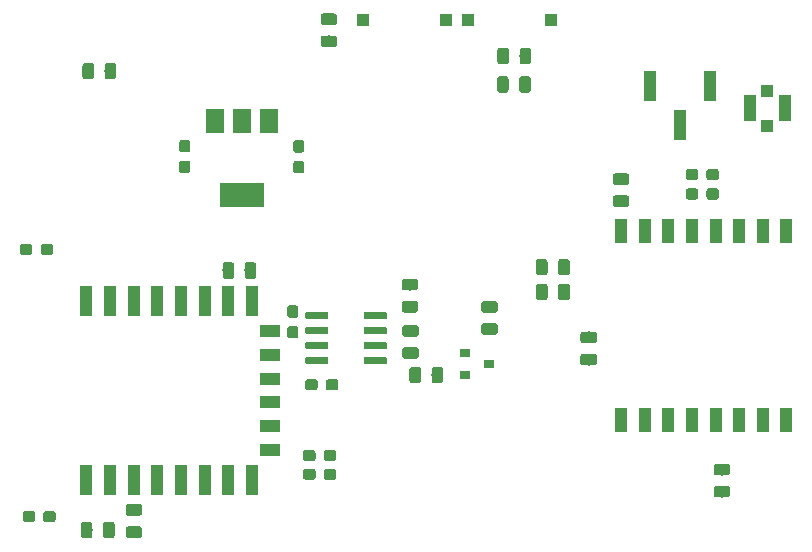
<source format=gbr>
G04 #@! TF.GenerationSoftware,KiCad,Pcbnew,(5.1.4)-1*
G04 #@! TF.CreationDate,2020-05-14T16:00:24+02:00*
G04 #@! TF.ProjectId,carte_principale,63617274-655f-4707-9269-6e636970616c,rev?*
G04 #@! TF.SameCoordinates,Original*
G04 #@! TF.FileFunction,Paste,Top*
G04 #@! TF.FilePolarity,Positive*
%FSLAX46Y46*%
G04 Gerber Fmt 4.6, Leading zero omitted, Abs format (unit mm)*
G04 Created by KiCad (PCBNEW (5.1.4)-1) date 2020-05-14 16:00:24*
%MOMM*%
%LPD*%
G04 APERTURE LIST*
%ADD10C,0.100000*%
%ADD11C,0.975000*%
%ADD12R,0.900000X0.800000*%
%ADD13C,0.600000*%
%ADD14C,0.950000*%
%ADD15R,1.000000X2.510000*%
%ADD16R,1.000000X1.000000*%
%ADD17R,1.000000X2.500000*%
%ADD18R,1.800000X1.000000*%
%ADD19R,1.000000X2.000000*%
%ADD20R,1.500000X2.000000*%
%ADD21R,3.800000X2.000000*%
%ADD22R,1.050000X2.200000*%
G04 APERTURE END LIST*
D10*
G36*
X138997842Y-111416774D02*
G01*
X139021503Y-111420284D01*
X139044707Y-111426096D01*
X139067229Y-111434154D01*
X139088853Y-111444382D01*
X139109370Y-111456679D01*
X139128583Y-111470929D01*
X139146307Y-111486993D01*
X139162371Y-111504717D01*
X139176621Y-111523930D01*
X139188918Y-111544447D01*
X139199146Y-111566071D01*
X139207204Y-111588593D01*
X139213016Y-111611797D01*
X139216526Y-111635458D01*
X139217700Y-111659350D01*
X139217700Y-112571850D01*
X139216526Y-112595742D01*
X139213016Y-112619403D01*
X139207204Y-112642607D01*
X139199146Y-112665129D01*
X139188918Y-112686753D01*
X139176621Y-112707270D01*
X139162371Y-112726483D01*
X139146307Y-112744207D01*
X139128583Y-112760271D01*
X139109370Y-112774521D01*
X139088853Y-112786818D01*
X139067229Y-112797046D01*
X139044707Y-112805104D01*
X139021503Y-112810916D01*
X138997842Y-112814426D01*
X138973950Y-112815600D01*
X138486450Y-112815600D01*
X138462558Y-112814426D01*
X138438897Y-112810916D01*
X138415693Y-112805104D01*
X138393171Y-112797046D01*
X138371547Y-112786818D01*
X138351030Y-112774521D01*
X138331817Y-112760271D01*
X138314093Y-112744207D01*
X138298029Y-112726483D01*
X138283779Y-112707270D01*
X138271482Y-112686753D01*
X138261254Y-112665129D01*
X138253196Y-112642607D01*
X138247384Y-112619403D01*
X138243874Y-112595742D01*
X138242700Y-112571850D01*
X138242700Y-111659350D01*
X138243874Y-111635458D01*
X138247384Y-111611797D01*
X138253196Y-111588593D01*
X138261254Y-111566071D01*
X138271482Y-111544447D01*
X138283779Y-111523930D01*
X138298029Y-111504717D01*
X138314093Y-111486993D01*
X138331817Y-111470929D01*
X138351030Y-111456679D01*
X138371547Y-111444382D01*
X138393171Y-111434154D01*
X138415693Y-111426096D01*
X138438897Y-111420284D01*
X138462558Y-111416774D01*
X138486450Y-111415600D01*
X138973950Y-111415600D01*
X138997842Y-111416774D01*
X138997842Y-111416774D01*
G37*
D11*
X138730200Y-112115600D03*
D10*
G36*
X137122842Y-111416774D02*
G01*
X137146503Y-111420284D01*
X137169707Y-111426096D01*
X137192229Y-111434154D01*
X137213853Y-111444382D01*
X137234370Y-111456679D01*
X137253583Y-111470929D01*
X137271307Y-111486993D01*
X137287371Y-111504717D01*
X137301621Y-111523930D01*
X137313918Y-111544447D01*
X137324146Y-111566071D01*
X137332204Y-111588593D01*
X137338016Y-111611797D01*
X137341526Y-111635458D01*
X137342700Y-111659350D01*
X137342700Y-112571850D01*
X137341526Y-112595742D01*
X137338016Y-112619403D01*
X137332204Y-112642607D01*
X137324146Y-112665129D01*
X137313918Y-112686753D01*
X137301621Y-112707270D01*
X137287371Y-112726483D01*
X137271307Y-112744207D01*
X137253583Y-112760271D01*
X137234370Y-112774521D01*
X137213853Y-112786818D01*
X137192229Y-112797046D01*
X137169707Y-112805104D01*
X137146503Y-112810916D01*
X137122842Y-112814426D01*
X137098950Y-112815600D01*
X136611450Y-112815600D01*
X136587558Y-112814426D01*
X136563897Y-112810916D01*
X136540693Y-112805104D01*
X136518171Y-112797046D01*
X136496547Y-112786818D01*
X136476030Y-112774521D01*
X136456817Y-112760271D01*
X136439093Y-112744207D01*
X136423029Y-112726483D01*
X136408779Y-112707270D01*
X136396482Y-112686753D01*
X136386254Y-112665129D01*
X136378196Y-112642607D01*
X136372384Y-112619403D01*
X136368874Y-112595742D01*
X136367700Y-112571850D01*
X136367700Y-111659350D01*
X136368874Y-111635458D01*
X136372384Y-111611797D01*
X136378196Y-111588593D01*
X136386254Y-111566071D01*
X136396482Y-111544447D01*
X136408779Y-111523930D01*
X136423029Y-111504717D01*
X136439093Y-111486993D01*
X136456817Y-111470929D01*
X136476030Y-111456679D01*
X136496547Y-111444382D01*
X136518171Y-111434154D01*
X136540693Y-111426096D01*
X136563897Y-111420284D01*
X136587558Y-111416774D01*
X136611450Y-111415600D01*
X137098950Y-111415600D01*
X137122842Y-111416774D01*
X137122842Y-111416774D01*
G37*
D11*
X136855200Y-112115600D03*
D12*
X143087600Y-111150400D03*
X141087600Y-112100400D03*
X141087600Y-110200400D03*
D10*
G36*
X134327903Y-106761722D02*
G01*
X134342464Y-106763882D01*
X134356743Y-106767459D01*
X134370603Y-106772418D01*
X134383910Y-106778712D01*
X134396536Y-106786280D01*
X134408359Y-106795048D01*
X134419266Y-106804934D01*
X134429152Y-106815841D01*
X134437920Y-106827664D01*
X134445488Y-106840290D01*
X134451782Y-106853597D01*
X134456741Y-106867457D01*
X134460318Y-106881736D01*
X134462478Y-106896297D01*
X134463200Y-106911000D01*
X134463200Y-107211000D01*
X134462478Y-107225703D01*
X134460318Y-107240264D01*
X134456741Y-107254543D01*
X134451782Y-107268403D01*
X134445488Y-107281710D01*
X134437920Y-107294336D01*
X134429152Y-107306159D01*
X134419266Y-107317066D01*
X134408359Y-107326952D01*
X134396536Y-107335720D01*
X134383910Y-107343288D01*
X134370603Y-107349582D01*
X134356743Y-107354541D01*
X134342464Y-107358118D01*
X134327903Y-107360278D01*
X134313200Y-107361000D01*
X132663200Y-107361000D01*
X132648497Y-107360278D01*
X132633936Y-107358118D01*
X132619657Y-107354541D01*
X132605797Y-107349582D01*
X132592490Y-107343288D01*
X132579864Y-107335720D01*
X132568041Y-107326952D01*
X132557134Y-107317066D01*
X132547248Y-107306159D01*
X132538480Y-107294336D01*
X132530912Y-107281710D01*
X132524618Y-107268403D01*
X132519659Y-107254543D01*
X132516082Y-107240264D01*
X132513922Y-107225703D01*
X132513200Y-107211000D01*
X132513200Y-106911000D01*
X132513922Y-106896297D01*
X132516082Y-106881736D01*
X132519659Y-106867457D01*
X132524618Y-106853597D01*
X132530912Y-106840290D01*
X132538480Y-106827664D01*
X132547248Y-106815841D01*
X132557134Y-106804934D01*
X132568041Y-106795048D01*
X132579864Y-106786280D01*
X132592490Y-106778712D01*
X132605797Y-106772418D01*
X132619657Y-106767459D01*
X132633936Y-106763882D01*
X132648497Y-106761722D01*
X132663200Y-106761000D01*
X134313200Y-106761000D01*
X134327903Y-106761722D01*
X134327903Y-106761722D01*
G37*
D13*
X133488200Y-107061000D03*
D10*
G36*
X134327903Y-108031722D02*
G01*
X134342464Y-108033882D01*
X134356743Y-108037459D01*
X134370603Y-108042418D01*
X134383910Y-108048712D01*
X134396536Y-108056280D01*
X134408359Y-108065048D01*
X134419266Y-108074934D01*
X134429152Y-108085841D01*
X134437920Y-108097664D01*
X134445488Y-108110290D01*
X134451782Y-108123597D01*
X134456741Y-108137457D01*
X134460318Y-108151736D01*
X134462478Y-108166297D01*
X134463200Y-108181000D01*
X134463200Y-108481000D01*
X134462478Y-108495703D01*
X134460318Y-108510264D01*
X134456741Y-108524543D01*
X134451782Y-108538403D01*
X134445488Y-108551710D01*
X134437920Y-108564336D01*
X134429152Y-108576159D01*
X134419266Y-108587066D01*
X134408359Y-108596952D01*
X134396536Y-108605720D01*
X134383910Y-108613288D01*
X134370603Y-108619582D01*
X134356743Y-108624541D01*
X134342464Y-108628118D01*
X134327903Y-108630278D01*
X134313200Y-108631000D01*
X132663200Y-108631000D01*
X132648497Y-108630278D01*
X132633936Y-108628118D01*
X132619657Y-108624541D01*
X132605797Y-108619582D01*
X132592490Y-108613288D01*
X132579864Y-108605720D01*
X132568041Y-108596952D01*
X132557134Y-108587066D01*
X132547248Y-108576159D01*
X132538480Y-108564336D01*
X132530912Y-108551710D01*
X132524618Y-108538403D01*
X132519659Y-108524543D01*
X132516082Y-108510264D01*
X132513922Y-108495703D01*
X132513200Y-108481000D01*
X132513200Y-108181000D01*
X132513922Y-108166297D01*
X132516082Y-108151736D01*
X132519659Y-108137457D01*
X132524618Y-108123597D01*
X132530912Y-108110290D01*
X132538480Y-108097664D01*
X132547248Y-108085841D01*
X132557134Y-108074934D01*
X132568041Y-108065048D01*
X132579864Y-108056280D01*
X132592490Y-108048712D01*
X132605797Y-108042418D01*
X132619657Y-108037459D01*
X132633936Y-108033882D01*
X132648497Y-108031722D01*
X132663200Y-108031000D01*
X134313200Y-108031000D01*
X134327903Y-108031722D01*
X134327903Y-108031722D01*
G37*
D13*
X133488200Y-108331000D03*
D10*
G36*
X134327903Y-109301722D02*
G01*
X134342464Y-109303882D01*
X134356743Y-109307459D01*
X134370603Y-109312418D01*
X134383910Y-109318712D01*
X134396536Y-109326280D01*
X134408359Y-109335048D01*
X134419266Y-109344934D01*
X134429152Y-109355841D01*
X134437920Y-109367664D01*
X134445488Y-109380290D01*
X134451782Y-109393597D01*
X134456741Y-109407457D01*
X134460318Y-109421736D01*
X134462478Y-109436297D01*
X134463200Y-109451000D01*
X134463200Y-109751000D01*
X134462478Y-109765703D01*
X134460318Y-109780264D01*
X134456741Y-109794543D01*
X134451782Y-109808403D01*
X134445488Y-109821710D01*
X134437920Y-109834336D01*
X134429152Y-109846159D01*
X134419266Y-109857066D01*
X134408359Y-109866952D01*
X134396536Y-109875720D01*
X134383910Y-109883288D01*
X134370603Y-109889582D01*
X134356743Y-109894541D01*
X134342464Y-109898118D01*
X134327903Y-109900278D01*
X134313200Y-109901000D01*
X132663200Y-109901000D01*
X132648497Y-109900278D01*
X132633936Y-109898118D01*
X132619657Y-109894541D01*
X132605797Y-109889582D01*
X132592490Y-109883288D01*
X132579864Y-109875720D01*
X132568041Y-109866952D01*
X132557134Y-109857066D01*
X132547248Y-109846159D01*
X132538480Y-109834336D01*
X132530912Y-109821710D01*
X132524618Y-109808403D01*
X132519659Y-109794543D01*
X132516082Y-109780264D01*
X132513922Y-109765703D01*
X132513200Y-109751000D01*
X132513200Y-109451000D01*
X132513922Y-109436297D01*
X132516082Y-109421736D01*
X132519659Y-109407457D01*
X132524618Y-109393597D01*
X132530912Y-109380290D01*
X132538480Y-109367664D01*
X132547248Y-109355841D01*
X132557134Y-109344934D01*
X132568041Y-109335048D01*
X132579864Y-109326280D01*
X132592490Y-109318712D01*
X132605797Y-109312418D01*
X132619657Y-109307459D01*
X132633936Y-109303882D01*
X132648497Y-109301722D01*
X132663200Y-109301000D01*
X134313200Y-109301000D01*
X134327903Y-109301722D01*
X134327903Y-109301722D01*
G37*
D13*
X133488200Y-109601000D03*
D10*
G36*
X134327903Y-110571722D02*
G01*
X134342464Y-110573882D01*
X134356743Y-110577459D01*
X134370603Y-110582418D01*
X134383910Y-110588712D01*
X134396536Y-110596280D01*
X134408359Y-110605048D01*
X134419266Y-110614934D01*
X134429152Y-110625841D01*
X134437920Y-110637664D01*
X134445488Y-110650290D01*
X134451782Y-110663597D01*
X134456741Y-110677457D01*
X134460318Y-110691736D01*
X134462478Y-110706297D01*
X134463200Y-110721000D01*
X134463200Y-111021000D01*
X134462478Y-111035703D01*
X134460318Y-111050264D01*
X134456741Y-111064543D01*
X134451782Y-111078403D01*
X134445488Y-111091710D01*
X134437920Y-111104336D01*
X134429152Y-111116159D01*
X134419266Y-111127066D01*
X134408359Y-111136952D01*
X134396536Y-111145720D01*
X134383910Y-111153288D01*
X134370603Y-111159582D01*
X134356743Y-111164541D01*
X134342464Y-111168118D01*
X134327903Y-111170278D01*
X134313200Y-111171000D01*
X132663200Y-111171000D01*
X132648497Y-111170278D01*
X132633936Y-111168118D01*
X132619657Y-111164541D01*
X132605797Y-111159582D01*
X132592490Y-111153288D01*
X132579864Y-111145720D01*
X132568041Y-111136952D01*
X132557134Y-111127066D01*
X132547248Y-111116159D01*
X132538480Y-111104336D01*
X132530912Y-111091710D01*
X132524618Y-111078403D01*
X132519659Y-111064543D01*
X132516082Y-111050264D01*
X132513922Y-111035703D01*
X132513200Y-111021000D01*
X132513200Y-110721000D01*
X132513922Y-110706297D01*
X132516082Y-110691736D01*
X132519659Y-110677457D01*
X132524618Y-110663597D01*
X132530912Y-110650290D01*
X132538480Y-110637664D01*
X132547248Y-110625841D01*
X132557134Y-110614934D01*
X132568041Y-110605048D01*
X132579864Y-110596280D01*
X132592490Y-110588712D01*
X132605797Y-110582418D01*
X132619657Y-110577459D01*
X132633936Y-110573882D01*
X132648497Y-110571722D01*
X132663200Y-110571000D01*
X134313200Y-110571000D01*
X134327903Y-110571722D01*
X134327903Y-110571722D01*
G37*
D13*
X133488200Y-110871000D03*
D10*
G36*
X129377903Y-110571722D02*
G01*
X129392464Y-110573882D01*
X129406743Y-110577459D01*
X129420603Y-110582418D01*
X129433910Y-110588712D01*
X129446536Y-110596280D01*
X129458359Y-110605048D01*
X129469266Y-110614934D01*
X129479152Y-110625841D01*
X129487920Y-110637664D01*
X129495488Y-110650290D01*
X129501782Y-110663597D01*
X129506741Y-110677457D01*
X129510318Y-110691736D01*
X129512478Y-110706297D01*
X129513200Y-110721000D01*
X129513200Y-111021000D01*
X129512478Y-111035703D01*
X129510318Y-111050264D01*
X129506741Y-111064543D01*
X129501782Y-111078403D01*
X129495488Y-111091710D01*
X129487920Y-111104336D01*
X129479152Y-111116159D01*
X129469266Y-111127066D01*
X129458359Y-111136952D01*
X129446536Y-111145720D01*
X129433910Y-111153288D01*
X129420603Y-111159582D01*
X129406743Y-111164541D01*
X129392464Y-111168118D01*
X129377903Y-111170278D01*
X129363200Y-111171000D01*
X127713200Y-111171000D01*
X127698497Y-111170278D01*
X127683936Y-111168118D01*
X127669657Y-111164541D01*
X127655797Y-111159582D01*
X127642490Y-111153288D01*
X127629864Y-111145720D01*
X127618041Y-111136952D01*
X127607134Y-111127066D01*
X127597248Y-111116159D01*
X127588480Y-111104336D01*
X127580912Y-111091710D01*
X127574618Y-111078403D01*
X127569659Y-111064543D01*
X127566082Y-111050264D01*
X127563922Y-111035703D01*
X127563200Y-111021000D01*
X127563200Y-110721000D01*
X127563922Y-110706297D01*
X127566082Y-110691736D01*
X127569659Y-110677457D01*
X127574618Y-110663597D01*
X127580912Y-110650290D01*
X127588480Y-110637664D01*
X127597248Y-110625841D01*
X127607134Y-110614934D01*
X127618041Y-110605048D01*
X127629864Y-110596280D01*
X127642490Y-110588712D01*
X127655797Y-110582418D01*
X127669657Y-110577459D01*
X127683936Y-110573882D01*
X127698497Y-110571722D01*
X127713200Y-110571000D01*
X129363200Y-110571000D01*
X129377903Y-110571722D01*
X129377903Y-110571722D01*
G37*
D13*
X128538200Y-110871000D03*
D10*
G36*
X129377903Y-109301722D02*
G01*
X129392464Y-109303882D01*
X129406743Y-109307459D01*
X129420603Y-109312418D01*
X129433910Y-109318712D01*
X129446536Y-109326280D01*
X129458359Y-109335048D01*
X129469266Y-109344934D01*
X129479152Y-109355841D01*
X129487920Y-109367664D01*
X129495488Y-109380290D01*
X129501782Y-109393597D01*
X129506741Y-109407457D01*
X129510318Y-109421736D01*
X129512478Y-109436297D01*
X129513200Y-109451000D01*
X129513200Y-109751000D01*
X129512478Y-109765703D01*
X129510318Y-109780264D01*
X129506741Y-109794543D01*
X129501782Y-109808403D01*
X129495488Y-109821710D01*
X129487920Y-109834336D01*
X129479152Y-109846159D01*
X129469266Y-109857066D01*
X129458359Y-109866952D01*
X129446536Y-109875720D01*
X129433910Y-109883288D01*
X129420603Y-109889582D01*
X129406743Y-109894541D01*
X129392464Y-109898118D01*
X129377903Y-109900278D01*
X129363200Y-109901000D01*
X127713200Y-109901000D01*
X127698497Y-109900278D01*
X127683936Y-109898118D01*
X127669657Y-109894541D01*
X127655797Y-109889582D01*
X127642490Y-109883288D01*
X127629864Y-109875720D01*
X127618041Y-109866952D01*
X127607134Y-109857066D01*
X127597248Y-109846159D01*
X127588480Y-109834336D01*
X127580912Y-109821710D01*
X127574618Y-109808403D01*
X127569659Y-109794543D01*
X127566082Y-109780264D01*
X127563922Y-109765703D01*
X127563200Y-109751000D01*
X127563200Y-109451000D01*
X127563922Y-109436297D01*
X127566082Y-109421736D01*
X127569659Y-109407457D01*
X127574618Y-109393597D01*
X127580912Y-109380290D01*
X127588480Y-109367664D01*
X127597248Y-109355841D01*
X127607134Y-109344934D01*
X127618041Y-109335048D01*
X127629864Y-109326280D01*
X127642490Y-109318712D01*
X127655797Y-109312418D01*
X127669657Y-109307459D01*
X127683936Y-109303882D01*
X127698497Y-109301722D01*
X127713200Y-109301000D01*
X129363200Y-109301000D01*
X129377903Y-109301722D01*
X129377903Y-109301722D01*
G37*
D13*
X128538200Y-109601000D03*
D10*
G36*
X129377903Y-108031722D02*
G01*
X129392464Y-108033882D01*
X129406743Y-108037459D01*
X129420603Y-108042418D01*
X129433910Y-108048712D01*
X129446536Y-108056280D01*
X129458359Y-108065048D01*
X129469266Y-108074934D01*
X129479152Y-108085841D01*
X129487920Y-108097664D01*
X129495488Y-108110290D01*
X129501782Y-108123597D01*
X129506741Y-108137457D01*
X129510318Y-108151736D01*
X129512478Y-108166297D01*
X129513200Y-108181000D01*
X129513200Y-108481000D01*
X129512478Y-108495703D01*
X129510318Y-108510264D01*
X129506741Y-108524543D01*
X129501782Y-108538403D01*
X129495488Y-108551710D01*
X129487920Y-108564336D01*
X129479152Y-108576159D01*
X129469266Y-108587066D01*
X129458359Y-108596952D01*
X129446536Y-108605720D01*
X129433910Y-108613288D01*
X129420603Y-108619582D01*
X129406743Y-108624541D01*
X129392464Y-108628118D01*
X129377903Y-108630278D01*
X129363200Y-108631000D01*
X127713200Y-108631000D01*
X127698497Y-108630278D01*
X127683936Y-108628118D01*
X127669657Y-108624541D01*
X127655797Y-108619582D01*
X127642490Y-108613288D01*
X127629864Y-108605720D01*
X127618041Y-108596952D01*
X127607134Y-108587066D01*
X127597248Y-108576159D01*
X127588480Y-108564336D01*
X127580912Y-108551710D01*
X127574618Y-108538403D01*
X127569659Y-108524543D01*
X127566082Y-108510264D01*
X127563922Y-108495703D01*
X127563200Y-108481000D01*
X127563200Y-108181000D01*
X127563922Y-108166297D01*
X127566082Y-108151736D01*
X127569659Y-108137457D01*
X127574618Y-108123597D01*
X127580912Y-108110290D01*
X127588480Y-108097664D01*
X127597248Y-108085841D01*
X127607134Y-108074934D01*
X127618041Y-108065048D01*
X127629864Y-108056280D01*
X127642490Y-108048712D01*
X127655797Y-108042418D01*
X127669657Y-108037459D01*
X127683936Y-108033882D01*
X127698497Y-108031722D01*
X127713200Y-108031000D01*
X129363200Y-108031000D01*
X129377903Y-108031722D01*
X129377903Y-108031722D01*
G37*
D13*
X128538200Y-108331000D03*
D10*
G36*
X129377903Y-106761722D02*
G01*
X129392464Y-106763882D01*
X129406743Y-106767459D01*
X129420603Y-106772418D01*
X129433910Y-106778712D01*
X129446536Y-106786280D01*
X129458359Y-106795048D01*
X129469266Y-106804934D01*
X129479152Y-106815841D01*
X129487920Y-106827664D01*
X129495488Y-106840290D01*
X129501782Y-106853597D01*
X129506741Y-106867457D01*
X129510318Y-106881736D01*
X129512478Y-106896297D01*
X129513200Y-106911000D01*
X129513200Y-107211000D01*
X129512478Y-107225703D01*
X129510318Y-107240264D01*
X129506741Y-107254543D01*
X129501782Y-107268403D01*
X129495488Y-107281710D01*
X129487920Y-107294336D01*
X129479152Y-107306159D01*
X129469266Y-107317066D01*
X129458359Y-107326952D01*
X129446536Y-107335720D01*
X129433910Y-107343288D01*
X129420603Y-107349582D01*
X129406743Y-107354541D01*
X129392464Y-107358118D01*
X129377903Y-107360278D01*
X129363200Y-107361000D01*
X127713200Y-107361000D01*
X127698497Y-107360278D01*
X127683936Y-107358118D01*
X127669657Y-107354541D01*
X127655797Y-107349582D01*
X127642490Y-107343288D01*
X127629864Y-107335720D01*
X127618041Y-107326952D01*
X127607134Y-107317066D01*
X127597248Y-107306159D01*
X127588480Y-107294336D01*
X127580912Y-107281710D01*
X127574618Y-107268403D01*
X127569659Y-107254543D01*
X127566082Y-107240264D01*
X127563922Y-107225703D01*
X127563200Y-107211000D01*
X127563200Y-106911000D01*
X127563922Y-106896297D01*
X127566082Y-106881736D01*
X127569659Y-106867457D01*
X127574618Y-106853597D01*
X127580912Y-106840290D01*
X127588480Y-106827664D01*
X127597248Y-106815841D01*
X127607134Y-106804934D01*
X127618041Y-106795048D01*
X127629864Y-106786280D01*
X127642490Y-106778712D01*
X127655797Y-106772418D01*
X127669657Y-106767459D01*
X127683936Y-106763882D01*
X127698497Y-106761722D01*
X127713200Y-106761000D01*
X129363200Y-106761000D01*
X129377903Y-106761722D01*
X129377903Y-106761722D01*
G37*
D13*
X128538200Y-107061000D03*
D10*
G36*
X136928942Y-109749674D02*
G01*
X136952603Y-109753184D01*
X136975807Y-109758996D01*
X136998329Y-109767054D01*
X137019953Y-109777282D01*
X137040470Y-109789579D01*
X137059683Y-109803829D01*
X137077407Y-109819893D01*
X137093471Y-109837617D01*
X137107721Y-109856830D01*
X137120018Y-109877347D01*
X137130246Y-109898971D01*
X137138304Y-109921493D01*
X137144116Y-109944697D01*
X137147626Y-109968358D01*
X137148800Y-109992250D01*
X137148800Y-110479750D01*
X137147626Y-110503642D01*
X137144116Y-110527303D01*
X137138304Y-110550507D01*
X137130246Y-110573029D01*
X137120018Y-110594653D01*
X137107721Y-110615170D01*
X137093471Y-110634383D01*
X137077407Y-110652107D01*
X137059683Y-110668171D01*
X137040470Y-110682421D01*
X137019953Y-110694718D01*
X136998329Y-110704946D01*
X136975807Y-110713004D01*
X136952603Y-110718816D01*
X136928942Y-110722326D01*
X136905050Y-110723500D01*
X135992550Y-110723500D01*
X135968658Y-110722326D01*
X135944997Y-110718816D01*
X135921793Y-110713004D01*
X135899271Y-110704946D01*
X135877647Y-110694718D01*
X135857130Y-110682421D01*
X135837917Y-110668171D01*
X135820193Y-110652107D01*
X135804129Y-110634383D01*
X135789879Y-110615170D01*
X135777582Y-110594653D01*
X135767354Y-110573029D01*
X135759296Y-110550507D01*
X135753484Y-110527303D01*
X135749974Y-110503642D01*
X135748800Y-110479750D01*
X135748800Y-109992250D01*
X135749974Y-109968358D01*
X135753484Y-109944697D01*
X135759296Y-109921493D01*
X135767354Y-109898971D01*
X135777582Y-109877347D01*
X135789879Y-109856830D01*
X135804129Y-109837617D01*
X135820193Y-109819893D01*
X135837917Y-109803829D01*
X135857130Y-109789579D01*
X135877647Y-109777282D01*
X135899271Y-109767054D01*
X135921793Y-109758996D01*
X135944997Y-109753184D01*
X135968658Y-109749674D01*
X135992550Y-109748500D01*
X136905050Y-109748500D01*
X136928942Y-109749674D01*
X136928942Y-109749674D01*
G37*
D11*
X136448800Y-110236000D03*
D10*
G36*
X136928942Y-107874674D02*
G01*
X136952603Y-107878184D01*
X136975807Y-107883996D01*
X136998329Y-107892054D01*
X137019953Y-107902282D01*
X137040470Y-107914579D01*
X137059683Y-107928829D01*
X137077407Y-107944893D01*
X137093471Y-107962617D01*
X137107721Y-107981830D01*
X137120018Y-108002347D01*
X137130246Y-108023971D01*
X137138304Y-108046493D01*
X137144116Y-108069697D01*
X137147626Y-108093358D01*
X137148800Y-108117250D01*
X137148800Y-108604750D01*
X137147626Y-108628642D01*
X137144116Y-108652303D01*
X137138304Y-108675507D01*
X137130246Y-108698029D01*
X137120018Y-108719653D01*
X137107721Y-108740170D01*
X137093471Y-108759383D01*
X137077407Y-108777107D01*
X137059683Y-108793171D01*
X137040470Y-108807421D01*
X137019953Y-108819718D01*
X136998329Y-108829946D01*
X136975807Y-108838004D01*
X136952603Y-108843816D01*
X136928942Y-108847326D01*
X136905050Y-108848500D01*
X135992550Y-108848500D01*
X135968658Y-108847326D01*
X135944997Y-108843816D01*
X135921793Y-108838004D01*
X135899271Y-108829946D01*
X135877647Y-108819718D01*
X135857130Y-108807421D01*
X135837917Y-108793171D01*
X135820193Y-108777107D01*
X135804129Y-108759383D01*
X135789879Y-108740170D01*
X135777582Y-108719653D01*
X135767354Y-108698029D01*
X135759296Y-108675507D01*
X135753484Y-108652303D01*
X135749974Y-108628642D01*
X135748800Y-108604750D01*
X135748800Y-108117250D01*
X135749974Y-108093358D01*
X135753484Y-108069697D01*
X135759296Y-108046493D01*
X135767354Y-108023971D01*
X135777582Y-108002347D01*
X135789879Y-107981830D01*
X135804129Y-107962617D01*
X135820193Y-107944893D01*
X135837917Y-107928829D01*
X135857130Y-107914579D01*
X135877647Y-107902282D01*
X135899271Y-107892054D01*
X135921793Y-107883996D01*
X135944997Y-107878184D01*
X135968658Y-107874674D01*
X135992550Y-107873500D01*
X136905050Y-107873500D01*
X136928942Y-107874674D01*
X136928942Y-107874674D01*
G37*
D11*
X136448800Y-108361000D03*
D10*
G36*
X143634542Y-107717674D02*
G01*
X143658203Y-107721184D01*
X143681407Y-107726996D01*
X143703929Y-107735054D01*
X143725553Y-107745282D01*
X143746070Y-107757579D01*
X143765283Y-107771829D01*
X143783007Y-107787893D01*
X143799071Y-107805617D01*
X143813321Y-107824830D01*
X143825618Y-107845347D01*
X143835846Y-107866971D01*
X143843904Y-107889493D01*
X143849716Y-107912697D01*
X143853226Y-107936358D01*
X143854400Y-107960250D01*
X143854400Y-108447750D01*
X143853226Y-108471642D01*
X143849716Y-108495303D01*
X143843904Y-108518507D01*
X143835846Y-108541029D01*
X143825618Y-108562653D01*
X143813321Y-108583170D01*
X143799071Y-108602383D01*
X143783007Y-108620107D01*
X143765283Y-108636171D01*
X143746070Y-108650421D01*
X143725553Y-108662718D01*
X143703929Y-108672946D01*
X143681407Y-108681004D01*
X143658203Y-108686816D01*
X143634542Y-108690326D01*
X143610650Y-108691500D01*
X142698150Y-108691500D01*
X142674258Y-108690326D01*
X142650597Y-108686816D01*
X142627393Y-108681004D01*
X142604871Y-108672946D01*
X142583247Y-108662718D01*
X142562730Y-108650421D01*
X142543517Y-108636171D01*
X142525793Y-108620107D01*
X142509729Y-108602383D01*
X142495479Y-108583170D01*
X142483182Y-108562653D01*
X142472954Y-108541029D01*
X142464896Y-108518507D01*
X142459084Y-108495303D01*
X142455574Y-108471642D01*
X142454400Y-108447750D01*
X142454400Y-107960250D01*
X142455574Y-107936358D01*
X142459084Y-107912697D01*
X142464896Y-107889493D01*
X142472954Y-107866971D01*
X142483182Y-107845347D01*
X142495479Y-107824830D01*
X142509729Y-107805617D01*
X142525793Y-107787893D01*
X142543517Y-107771829D01*
X142562730Y-107757579D01*
X142583247Y-107745282D01*
X142604871Y-107735054D01*
X142627393Y-107726996D01*
X142650597Y-107721184D01*
X142674258Y-107717674D01*
X142698150Y-107716500D01*
X143610650Y-107716500D01*
X143634542Y-107717674D01*
X143634542Y-107717674D01*
G37*
D11*
X143154400Y-108204000D03*
D10*
G36*
X143634542Y-105842674D02*
G01*
X143658203Y-105846184D01*
X143681407Y-105851996D01*
X143703929Y-105860054D01*
X143725553Y-105870282D01*
X143746070Y-105882579D01*
X143765283Y-105896829D01*
X143783007Y-105912893D01*
X143799071Y-105930617D01*
X143813321Y-105949830D01*
X143825618Y-105970347D01*
X143835846Y-105991971D01*
X143843904Y-106014493D01*
X143849716Y-106037697D01*
X143853226Y-106061358D01*
X143854400Y-106085250D01*
X143854400Y-106572750D01*
X143853226Y-106596642D01*
X143849716Y-106620303D01*
X143843904Y-106643507D01*
X143835846Y-106666029D01*
X143825618Y-106687653D01*
X143813321Y-106708170D01*
X143799071Y-106727383D01*
X143783007Y-106745107D01*
X143765283Y-106761171D01*
X143746070Y-106775421D01*
X143725553Y-106787718D01*
X143703929Y-106797946D01*
X143681407Y-106806004D01*
X143658203Y-106811816D01*
X143634542Y-106815326D01*
X143610650Y-106816500D01*
X142698150Y-106816500D01*
X142674258Y-106815326D01*
X142650597Y-106811816D01*
X142627393Y-106806004D01*
X142604871Y-106797946D01*
X142583247Y-106787718D01*
X142562730Y-106775421D01*
X142543517Y-106761171D01*
X142525793Y-106745107D01*
X142509729Y-106727383D01*
X142495479Y-106708170D01*
X142483182Y-106687653D01*
X142472954Y-106666029D01*
X142464896Y-106643507D01*
X142459084Y-106620303D01*
X142455574Y-106596642D01*
X142454400Y-106572750D01*
X142454400Y-106085250D01*
X142455574Y-106061358D01*
X142459084Y-106037697D01*
X142464896Y-106014493D01*
X142472954Y-105991971D01*
X142483182Y-105970347D01*
X142495479Y-105949830D01*
X142509729Y-105930617D01*
X142525793Y-105912893D01*
X142543517Y-105896829D01*
X142562730Y-105882579D01*
X142583247Y-105870282D01*
X142604871Y-105860054D01*
X142627393Y-105851996D01*
X142650597Y-105846184D01*
X142674258Y-105842674D01*
X142698150Y-105841500D01*
X143610650Y-105841500D01*
X143634542Y-105842674D01*
X143634542Y-105842674D01*
G37*
D11*
X143154400Y-106329000D03*
D10*
G36*
X136878142Y-105838074D02*
G01*
X136901803Y-105841584D01*
X136925007Y-105847396D01*
X136947529Y-105855454D01*
X136969153Y-105865682D01*
X136989670Y-105877979D01*
X137008883Y-105892229D01*
X137026607Y-105908293D01*
X137042671Y-105926017D01*
X137056921Y-105945230D01*
X137069218Y-105965747D01*
X137079446Y-105987371D01*
X137087504Y-106009893D01*
X137093316Y-106033097D01*
X137096826Y-106056758D01*
X137098000Y-106080650D01*
X137098000Y-106568150D01*
X137096826Y-106592042D01*
X137093316Y-106615703D01*
X137087504Y-106638907D01*
X137079446Y-106661429D01*
X137069218Y-106683053D01*
X137056921Y-106703570D01*
X137042671Y-106722783D01*
X137026607Y-106740507D01*
X137008883Y-106756571D01*
X136989670Y-106770821D01*
X136969153Y-106783118D01*
X136947529Y-106793346D01*
X136925007Y-106801404D01*
X136901803Y-106807216D01*
X136878142Y-106810726D01*
X136854250Y-106811900D01*
X135941750Y-106811900D01*
X135917858Y-106810726D01*
X135894197Y-106807216D01*
X135870993Y-106801404D01*
X135848471Y-106793346D01*
X135826847Y-106783118D01*
X135806330Y-106770821D01*
X135787117Y-106756571D01*
X135769393Y-106740507D01*
X135753329Y-106722783D01*
X135739079Y-106703570D01*
X135726782Y-106683053D01*
X135716554Y-106661429D01*
X135708496Y-106638907D01*
X135702684Y-106615703D01*
X135699174Y-106592042D01*
X135698000Y-106568150D01*
X135698000Y-106080650D01*
X135699174Y-106056758D01*
X135702684Y-106033097D01*
X135708496Y-106009893D01*
X135716554Y-105987371D01*
X135726782Y-105965747D01*
X135739079Y-105945230D01*
X135753329Y-105926017D01*
X135769393Y-105908293D01*
X135787117Y-105892229D01*
X135806330Y-105877979D01*
X135826847Y-105865682D01*
X135848471Y-105855454D01*
X135870993Y-105847396D01*
X135894197Y-105841584D01*
X135917858Y-105838074D01*
X135941750Y-105836900D01*
X136854250Y-105836900D01*
X136878142Y-105838074D01*
X136878142Y-105838074D01*
G37*
D11*
X136398000Y-106324400D03*
D10*
G36*
X136878142Y-103963074D02*
G01*
X136901803Y-103966584D01*
X136925007Y-103972396D01*
X136947529Y-103980454D01*
X136969153Y-103990682D01*
X136989670Y-104002979D01*
X137008883Y-104017229D01*
X137026607Y-104033293D01*
X137042671Y-104051017D01*
X137056921Y-104070230D01*
X137069218Y-104090747D01*
X137079446Y-104112371D01*
X137087504Y-104134893D01*
X137093316Y-104158097D01*
X137096826Y-104181758D01*
X137098000Y-104205650D01*
X137098000Y-104693150D01*
X137096826Y-104717042D01*
X137093316Y-104740703D01*
X137087504Y-104763907D01*
X137079446Y-104786429D01*
X137069218Y-104808053D01*
X137056921Y-104828570D01*
X137042671Y-104847783D01*
X137026607Y-104865507D01*
X137008883Y-104881571D01*
X136989670Y-104895821D01*
X136969153Y-104908118D01*
X136947529Y-104918346D01*
X136925007Y-104926404D01*
X136901803Y-104932216D01*
X136878142Y-104935726D01*
X136854250Y-104936900D01*
X135941750Y-104936900D01*
X135917858Y-104935726D01*
X135894197Y-104932216D01*
X135870993Y-104926404D01*
X135848471Y-104918346D01*
X135826847Y-104908118D01*
X135806330Y-104895821D01*
X135787117Y-104881571D01*
X135769393Y-104865507D01*
X135753329Y-104847783D01*
X135739079Y-104828570D01*
X135726782Y-104808053D01*
X135716554Y-104786429D01*
X135708496Y-104763907D01*
X135702684Y-104740703D01*
X135699174Y-104717042D01*
X135698000Y-104693150D01*
X135698000Y-104205650D01*
X135699174Y-104181758D01*
X135702684Y-104158097D01*
X135708496Y-104134893D01*
X135716554Y-104112371D01*
X135726782Y-104090747D01*
X135739079Y-104070230D01*
X135753329Y-104051017D01*
X135769393Y-104033293D01*
X135787117Y-104017229D01*
X135806330Y-104002979D01*
X135826847Y-103990682D01*
X135848471Y-103980454D01*
X135870993Y-103972396D01*
X135894197Y-103966584D01*
X135917858Y-103963074D01*
X135941750Y-103961900D01*
X136854250Y-103961900D01*
X136878142Y-103963074D01*
X136878142Y-103963074D01*
G37*
D11*
X136398000Y-104449400D03*
D10*
G36*
X130127579Y-112454544D02*
G01*
X130150634Y-112457963D01*
X130173243Y-112463627D01*
X130195187Y-112471479D01*
X130216257Y-112481444D01*
X130236248Y-112493426D01*
X130254968Y-112507310D01*
X130272238Y-112522962D01*
X130287890Y-112540232D01*
X130301774Y-112558952D01*
X130313756Y-112578943D01*
X130323721Y-112600013D01*
X130331573Y-112621957D01*
X130337237Y-112644566D01*
X130340656Y-112667621D01*
X130341800Y-112690900D01*
X130341800Y-113165900D01*
X130340656Y-113189179D01*
X130337237Y-113212234D01*
X130331573Y-113234843D01*
X130323721Y-113256787D01*
X130313756Y-113277857D01*
X130301774Y-113297848D01*
X130287890Y-113316568D01*
X130272238Y-113333838D01*
X130254968Y-113349490D01*
X130236248Y-113363374D01*
X130216257Y-113375356D01*
X130195187Y-113385321D01*
X130173243Y-113393173D01*
X130150634Y-113398837D01*
X130127579Y-113402256D01*
X130104300Y-113403400D01*
X129529300Y-113403400D01*
X129506021Y-113402256D01*
X129482966Y-113398837D01*
X129460357Y-113393173D01*
X129438413Y-113385321D01*
X129417343Y-113375356D01*
X129397352Y-113363374D01*
X129378632Y-113349490D01*
X129361362Y-113333838D01*
X129345710Y-113316568D01*
X129331826Y-113297848D01*
X129319844Y-113277857D01*
X129309879Y-113256787D01*
X129302027Y-113234843D01*
X129296363Y-113212234D01*
X129292944Y-113189179D01*
X129291800Y-113165900D01*
X129291800Y-112690900D01*
X129292944Y-112667621D01*
X129296363Y-112644566D01*
X129302027Y-112621957D01*
X129309879Y-112600013D01*
X129319844Y-112578943D01*
X129331826Y-112558952D01*
X129345710Y-112540232D01*
X129361362Y-112522962D01*
X129378632Y-112507310D01*
X129397352Y-112493426D01*
X129417343Y-112481444D01*
X129438413Y-112471479D01*
X129460357Y-112463627D01*
X129482966Y-112457963D01*
X129506021Y-112454544D01*
X129529300Y-112453400D01*
X130104300Y-112453400D01*
X130127579Y-112454544D01*
X130127579Y-112454544D01*
G37*
D14*
X129816800Y-112928400D03*
D10*
G36*
X128377579Y-112454544D02*
G01*
X128400634Y-112457963D01*
X128423243Y-112463627D01*
X128445187Y-112471479D01*
X128466257Y-112481444D01*
X128486248Y-112493426D01*
X128504968Y-112507310D01*
X128522238Y-112522962D01*
X128537890Y-112540232D01*
X128551774Y-112558952D01*
X128563756Y-112578943D01*
X128573721Y-112600013D01*
X128581573Y-112621957D01*
X128587237Y-112644566D01*
X128590656Y-112667621D01*
X128591800Y-112690900D01*
X128591800Y-113165900D01*
X128590656Y-113189179D01*
X128587237Y-113212234D01*
X128581573Y-113234843D01*
X128573721Y-113256787D01*
X128563756Y-113277857D01*
X128551774Y-113297848D01*
X128537890Y-113316568D01*
X128522238Y-113333838D01*
X128504968Y-113349490D01*
X128486248Y-113363374D01*
X128466257Y-113375356D01*
X128445187Y-113385321D01*
X128423243Y-113393173D01*
X128400634Y-113398837D01*
X128377579Y-113402256D01*
X128354300Y-113403400D01*
X127779300Y-113403400D01*
X127756021Y-113402256D01*
X127732966Y-113398837D01*
X127710357Y-113393173D01*
X127688413Y-113385321D01*
X127667343Y-113375356D01*
X127647352Y-113363374D01*
X127628632Y-113349490D01*
X127611362Y-113333838D01*
X127595710Y-113316568D01*
X127581826Y-113297848D01*
X127569844Y-113277857D01*
X127559879Y-113256787D01*
X127552027Y-113234843D01*
X127546363Y-113212234D01*
X127542944Y-113189179D01*
X127541800Y-113165900D01*
X127541800Y-112690900D01*
X127542944Y-112667621D01*
X127546363Y-112644566D01*
X127552027Y-112621957D01*
X127559879Y-112600013D01*
X127569844Y-112578943D01*
X127581826Y-112558952D01*
X127595710Y-112540232D01*
X127611362Y-112522962D01*
X127628632Y-112507310D01*
X127647352Y-112493426D01*
X127667343Y-112481444D01*
X127688413Y-112471479D01*
X127710357Y-112463627D01*
X127732966Y-112457963D01*
X127756021Y-112454544D01*
X127779300Y-112453400D01*
X128354300Y-112453400D01*
X128377579Y-112454544D01*
X128377579Y-112454544D01*
G37*
D14*
X128066800Y-112928400D03*
D10*
G36*
X126752779Y-107956944D02*
G01*
X126775834Y-107960363D01*
X126798443Y-107966027D01*
X126820387Y-107973879D01*
X126841457Y-107983844D01*
X126861448Y-107995826D01*
X126880168Y-108009710D01*
X126897438Y-108025362D01*
X126913090Y-108042632D01*
X126926974Y-108061352D01*
X126938956Y-108081343D01*
X126948921Y-108102413D01*
X126956773Y-108124357D01*
X126962437Y-108146966D01*
X126965856Y-108170021D01*
X126967000Y-108193300D01*
X126967000Y-108768300D01*
X126965856Y-108791579D01*
X126962437Y-108814634D01*
X126956773Y-108837243D01*
X126948921Y-108859187D01*
X126938956Y-108880257D01*
X126926974Y-108900248D01*
X126913090Y-108918968D01*
X126897438Y-108936238D01*
X126880168Y-108951890D01*
X126861448Y-108965774D01*
X126841457Y-108977756D01*
X126820387Y-108987721D01*
X126798443Y-108995573D01*
X126775834Y-109001237D01*
X126752779Y-109004656D01*
X126729500Y-109005800D01*
X126254500Y-109005800D01*
X126231221Y-109004656D01*
X126208166Y-109001237D01*
X126185557Y-108995573D01*
X126163613Y-108987721D01*
X126142543Y-108977756D01*
X126122552Y-108965774D01*
X126103832Y-108951890D01*
X126086562Y-108936238D01*
X126070910Y-108918968D01*
X126057026Y-108900248D01*
X126045044Y-108880257D01*
X126035079Y-108859187D01*
X126027227Y-108837243D01*
X126021563Y-108814634D01*
X126018144Y-108791579D01*
X126017000Y-108768300D01*
X126017000Y-108193300D01*
X126018144Y-108170021D01*
X126021563Y-108146966D01*
X126027227Y-108124357D01*
X126035079Y-108102413D01*
X126045044Y-108081343D01*
X126057026Y-108061352D01*
X126070910Y-108042632D01*
X126086562Y-108025362D01*
X126103832Y-108009710D01*
X126122552Y-107995826D01*
X126142543Y-107983844D01*
X126163613Y-107973879D01*
X126185557Y-107966027D01*
X126208166Y-107960363D01*
X126231221Y-107956944D01*
X126254500Y-107955800D01*
X126729500Y-107955800D01*
X126752779Y-107956944D01*
X126752779Y-107956944D01*
G37*
D14*
X126492000Y-108480800D03*
D10*
G36*
X126752779Y-106206944D02*
G01*
X126775834Y-106210363D01*
X126798443Y-106216027D01*
X126820387Y-106223879D01*
X126841457Y-106233844D01*
X126861448Y-106245826D01*
X126880168Y-106259710D01*
X126897438Y-106275362D01*
X126913090Y-106292632D01*
X126926974Y-106311352D01*
X126938956Y-106331343D01*
X126948921Y-106352413D01*
X126956773Y-106374357D01*
X126962437Y-106396966D01*
X126965856Y-106420021D01*
X126967000Y-106443300D01*
X126967000Y-107018300D01*
X126965856Y-107041579D01*
X126962437Y-107064634D01*
X126956773Y-107087243D01*
X126948921Y-107109187D01*
X126938956Y-107130257D01*
X126926974Y-107150248D01*
X126913090Y-107168968D01*
X126897438Y-107186238D01*
X126880168Y-107201890D01*
X126861448Y-107215774D01*
X126841457Y-107227756D01*
X126820387Y-107237721D01*
X126798443Y-107245573D01*
X126775834Y-107251237D01*
X126752779Y-107254656D01*
X126729500Y-107255800D01*
X126254500Y-107255800D01*
X126231221Y-107254656D01*
X126208166Y-107251237D01*
X126185557Y-107245573D01*
X126163613Y-107237721D01*
X126142543Y-107227756D01*
X126122552Y-107215774D01*
X126103832Y-107201890D01*
X126086562Y-107186238D01*
X126070910Y-107168968D01*
X126057026Y-107150248D01*
X126045044Y-107130257D01*
X126035079Y-107109187D01*
X126027227Y-107087243D01*
X126021563Y-107064634D01*
X126018144Y-107041579D01*
X126017000Y-107018300D01*
X126017000Y-106443300D01*
X126018144Y-106420021D01*
X126021563Y-106396966D01*
X126027227Y-106374357D01*
X126035079Y-106352413D01*
X126045044Y-106331343D01*
X126057026Y-106311352D01*
X126070910Y-106292632D01*
X126086562Y-106275362D01*
X126103832Y-106259710D01*
X126122552Y-106245826D01*
X126142543Y-106233844D01*
X126163613Y-106223879D01*
X126185557Y-106216027D01*
X126208166Y-106210363D01*
X126231221Y-106206944D01*
X126254500Y-106205800D01*
X126729500Y-106205800D01*
X126752779Y-106206944D01*
X126752779Y-106206944D01*
G37*
D14*
X126492000Y-106730800D03*
D15*
X159258000Y-90910600D03*
X156718000Y-87600600D03*
X161798000Y-87600600D03*
D16*
X141351000Y-82042000D03*
X148351000Y-82042000D03*
X139461000Y-82042000D03*
X132461000Y-82042000D03*
D10*
G36*
X146444642Y-84391174D02*
G01*
X146468303Y-84394684D01*
X146491507Y-84400496D01*
X146514029Y-84408554D01*
X146535653Y-84418782D01*
X146556170Y-84431079D01*
X146575383Y-84445329D01*
X146593107Y-84461393D01*
X146609171Y-84479117D01*
X146623421Y-84498330D01*
X146635718Y-84518847D01*
X146645946Y-84540471D01*
X146654004Y-84562993D01*
X146659816Y-84586197D01*
X146663326Y-84609858D01*
X146664500Y-84633750D01*
X146664500Y-85546250D01*
X146663326Y-85570142D01*
X146659816Y-85593803D01*
X146654004Y-85617007D01*
X146645946Y-85639529D01*
X146635718Y-85661153D01*
X146623421Y-85681670D01*
X146609171Y-85700883D01*
X146593107Y-85718607D01*
X146575383Y-85734671D01*
X146556170Y-85748921D01*
X146535653Y-85761218D01*
X146514029Y-85771446D01*
X146491507Y-85779504D01*
X146468303Y-85785316D01*
X146444642Y-85788826D01*
X146420750Y-85790000D01*
X145933250Y-85790000D01*
X145909358Y-85788826D01*
X145885697Y-85785316D01*
X145862493Y-85779504D01*
X145839971Y-85771446D01*
X145818347Y-85761218D01*
X145797830Y-85748921D01*
X145778617Y-85734671D01*
X145760893Y-85718607D01*
X145744829Y-85700883D01*
X145730579Y-85681670D01*
X145718282Y-85661153D01*
X145708054Y-85639529D01*
X145699996Y-85617007D01*
X145694184Y-85593803D01*
X145690674Y-85570142D01*
X145689500Y-85546250D01*
X145689500Y-84633750D01*
X145690674Y-84609858D01*
X145694184Y-84586197D01*
X145699996Y-84562993D01*
X145708054Y-84540471D01*
X145718282Y-84518847D01*
X145730579Y-84498330D01*
X145744829Y-84479117D01*
X145760893Y-84461393D01*
X145778617Y-84445329D01*
X145797830Y-84431079D01*
X145818347Y-84418782D01*
X145839971Y-84408554D01*
X145862493Y-84400496D01*
X145885697Y-84394684D01*
X145909358Y-84391174D01*
X145933250Y-84390000D01*
X146420750Y-84390000D01*
X146444642Y-84391174D01*
X146444642Y-84391174D01*
G37*
D11*
X146177000Y-85090000D03*
D10*
G36*
X144569642Y-84391174D02*
G01*
X144593303Y-84394684D01*
X144616507Y-84400496D01*
X144639029Y-84408554D01*
X144660653Y-84418782D01*
X144681170Y-84431079D01*
X144700383Y-84445329D01*
X144718107Y-84461393D01*
X144734171Y-84479117D01*
X144748421Y-84498330D01*
X144760718Y-84518847D01*
X144770946Y-84540471D01*
X144779004Y-84562993D01*
X144784816Y-84586197D01*
X144788326Y-84609858D01*
X144789500Y-84633750D01*
X144789500Y-85546250D01*
X144788326Y-85570142D01*
X144784816Y-85593803D01*
X144779004Y-85617007D01*
X144770946Y-85639529D01*
X144760718Y-85661153D01*
X144748421Y-85681670D01*
X144734171Y-85700883D01*
X144718107Y-85718607D01*
X144700383Y-85734671D01*
X144681170Y-85748921D01*
X144660653Y-85761218D01*
X144639029Y-85771446D01*
X144616507Y-85779504D01*
X144593303Y-85785316D01*
X144569642Y-85788826D01*
X144545750Y-85790000D01*
X144058250Y-85790000D01*
X144034358Y-85788826D01*
X144010697Y-85785316D01*
X143987493Y-85779504D01*
X143964971Y-85771446D01*
X143943347Y-85761218D01*
X143922830Y-85748921D01*
X143903617Y-85734671D01*
X143885893Y-85718607D01*
X143869829Y-85700883D01*
X143855579Y-85681670D01*
X143843282Y-85661153D01*
X143833054Y-85639529D01*
X143824996Y-85617007D01*
X143819184Y-85593803D01*
X143815674Y-85570142D01*
X143814500Y-85546250D01*
X143814500Y-84633750D01*
X143815674Y-84609858D01*
X143819184Y-84586197D01*
X143824996Y-84562993D01*
X143833054Y-84540471D01*
X143843282Y-84518847D01*
X143855579Y-84498330D01*
X143869829Y-84479117D01*
X143885893Y-84461393D01*
X143903617Y-84445329D01*
X143922830Y-84431079D01*
X143943347Y-84418782D01*
X143964971Y-84408554D01*
X143987493Y-84400496D01*
X144010697Y-84394684D01*
X144034358Y-84391174D01*
X144058250Y-84390000D01*
X144545750Y-84390000D01*
X144569642Y-84391174D01*
X144569642Y-84391174D01*
G37*
D11*
X144302000Y-85090000D03*
D10*
G36*
X146414642Y-86804174D02*
G01*
X146438303Y-86807684D01*
X146461507Y-86813496D01*
X146484029Y-86821554D01*
X146505653Y-86831782D01*
X146526170Y-86844079D01*
X146545383Y-86858329D01*
X146563107Y-86874393D01*
X146579171Y-86892117D01*
X146593421Y-86911330D01*
X146605718Y-86931847D01*
X146615946Y-86953471D01*
X146624004Y-86975993D01*
X146629816Y-86999197D01*
X146633326Y-87022858D01*
X146634500Y-87046750D01*
X146634500Y-87959250D01*
X146633326Y-87983142D01*
X146629816Y-88006803D01*
X146624004Y-88030007D01*
X146615946Y-88052529D01*
X146605718Y-88074153D01*
X146593421Y-88094670D01*
X146579171Y-88113883D01*
X146563107Y-88131607D01*
X146545383Y-88147671D01*
X146526170Y-88161921D01*
X146505653Y-88174218D01*
X146484029Y-88184446D01*
X146461507Y-88192504D01*
X146438303Y-88198316D01*
X146414642Y-88201826D01*
X146390750Y-88203000D01*
X145903250Y-88203000D01*
X145879358Y-88201826D01*
X145855697Y-88198316D01*
X145832493Y-88192504D01*
X145809971Y-88184446D01*
X145788347Y-88174218D01*
X145767830Y-88161921D01*
X145748617Y-88147671D01*
X145730893Y-88131607D01*
X145714829Y-88113883D01*
X145700579Y-88094670D01*
X145688282Y-88074153D01*
X145678054Y-88052529D01*
X145669996Y-88030007D01*
X145664184Y-88006803D01*
X145660674Y-87983142D01*
X145659500Y-87959250D01*
X145659500Y-87046750D01*
X145660674Y-87022858D01*
X145664184Y-86999197D01*
X145669996Y-86975993D01*
X145678054Y-86953471D01*
X145688282Y-86931847D01*
X145700579Y-86911330D01*
X145714829Y-86892117D01*
X145730893Y-86874393D01*
X145748617Y-86858329D01*
X145767830Y-86844079D01*
X145788347Y-86831782D01*
X145809971Y-86821554D01*
X145832493Y-86813496D01*
X145855697Y-86807684D01*
X145879358Y-86804174D01*
X145903250Y-86803000D01*
X146390750Y-86803000D01*
X146414642Y-86804174D01*
X146414642Y-86804174D01*
G37*
D11*
X146147000Y-87503000D03*
D10*
G36*
X144539642Y-86804174D02*
G01*
X144563303Y-86807684D01*
X144586507Y-86813496D01*
X144609029Y-86821554D01*
X144630653Y-86831782D01*
X144651170Y-86844079D01*
X144670383Y-86858329D01*
X144688107Y-86874393D01*
X144704171Y-86892117D01*
X144718421Y-86911330D01*
X144730718Y-86931847D01*
X144740946Y-86953471D01*
X144749004Y-86975993D01*
X144754816Y-86999197D01*
X144758326Y-87022858D01*
X144759500Y-87046750D01*
X144759500Y-87959250D01*
X144758326Y-87983142D01*
X144754816Y-88006803D01*
X144749004Y-88030007D01*
X144740946Y-88052529D01*
X144730718Y-88074153D01*
X144718421Y-88094670D01*
X144704171Y-88113883D01*
X144688107Y-88131607D01*
X144670383Y-88147671D01*
X144651170Y-88161921D01*
X144630653Y-88174218D01*
X144609029Y-88184446D01*
X144586507Y-88192504D01*
X144563303Y-88198316D01*
X144539642Y-88201826D01*
X144515750Y-88203000D01*
X144028250Y-88203000D01*
X144004358Y-88201826D01*
X143980697Y-88198316D01*
X143957493Y-88192504D01*
X143934971Y-88184446D01*
X143913347Y-88174218D01*
X143892830Y-88161921D01*
X143873617Y-88147671D01*
X143855893Y-88131607D01*
X143839829Y-88113883D01*
X143825579Y-88094670D01*
X143813282Y-88074153D01*
X143803054Y-88052529D01*
X143794996Y-88030007D01*
X143789184Y-88006803D01*
X143785674Y-87983142D01*
X143784500Y-87959250D01*
X143784500Y-87046750D01*
X143785674Y-87022858D01*
X143789184Y-86999197D01*
X143794996Y-86975993D01*
X143803054Y-86953471D01*
X143813282Y-86931847D01*
X143825579Y-86911330D01*
X143839829Y-86892117D01*
X143855893Y-86874393D01*
X143873617Y-86858329D01*
X143892830Y-86844079D01*
X143913347Y-86831782D01*
X143934971Y-86821554D01*
X143957493Y-86813496D01*
X143980697Y-86807684D01*
X144004358Y-86804174D01*
X144028250Y-86803000D01*
X144515750Y-86803000D01*
X144539642Y-86804174D01*
X144539642Y-86804174D01*
G37*
D11*
X144272000Y-87503000D03*
D10*
G36*
X130020142Y-81493174D02*
G01*
X130043803Y-81496684D01*
X130067007Y-81502496D01*
X130089529Y-81510554D01*
X130111153Y-81520782D01*
X130131670Y-81533079D01*
X130150883Y-81547329D01*
X130168607Y-81563393D01*
X130184671Y-81581117D01*
X130198921Y-81600330D01*
X130211218Y-81620847D01*
X130221446Y-81642471D01*
X130229504Y-81664993D01*
X130235316Y-81688197D01*
X130238826Y-81711858D01*
X130240000Y-81735750D01*
X130240000Y-82223250D01*
X130238826Y-82247142D01*
X130235316Y-82270803D01*
X130229504Y-82294007D01*
X130221446Y-82316529D01*
X130211218Y-82338153D01*
X130198921Y-82358670D01*
X130184671Y-82377883D01*
X130168607Y-82395607D01*
X130150883Y-82411671D01*
X130131670Y-82425921D01*
X130111153Y-82438218D01*
X130089529Y-82448446D01*
X130067007Y-82456504D01*
X130043803Y-82462316D01*
X130020142Y-82465826D01*
X129996250Y-82467000D01*
X129083750Y-82467000D01*
X129059858Y-82465826D01*
X129036197Y-82462316D01*
X129012993Y-82456504D01*
X128990471Y-82448446D01*
X128968847Y-82438218D01*
X128948330Y-82425921D01*
X128929117Y-82411671D01*
X128911393Y-82395607D01*
X128895329Y-82377883D01*
X128881079Y-82358670D01*
X128868782Y-82338153D01*
X128858554Y-82316529D01*
X128850496Y-82294007D01*
X128844684Y-82270803D01*
X128841174Y-82247142D01*
X128840000Y-82223250D01*
X128840000Y-81735750D01*
X128841174Y-81711858D01*
X128844684Y-81688197D01*
X128850496Y-81664993D01*
X128858554Y-81642471D01*
X128868782Y-81620847D01*
X128881079Y-81600330D01*
X128895329Y-81581117D01*
X128911393Y-81563393D01*
X128929117Y-81547329D01*
X128948330Y-81533079D01*
X128968847Y-81520782D01*
X128990471Y-81510554D01*
X129012993Y-81502496D01*
X129036197Y-81496684D01*
X129059858Y-81493174D01*
X129083750Y-81492000D01*
X129996250Y-81492000D01*
X130020142Y-81493174D01*
X130020142Y-81493174D01*
G37*
D11*
X129540000Y-81979500D03*
D10*
G36*
X130020142Y-83368174D02*
G01*
X130043803Y-83371684D01*
X130067007Y-83377496D01*
X130089529Y-83385554D01*
X130111153Y-83395782D01*
X130131670Y-83408079D01*
X130150883Y-83422329D01*
X130168607Y-83438393D01*
X130184671Y-83456117D01*
X130198921Y-83475330D01*
X130211218Y-83495847D01*
X130221446Y-83517471D01*
X130229504Y-83539993D01*
X130235316Y-83563197D01*
X130238826Y-83586858D01*
X130240000Y-83610750D01*
X130240000Y-84098250D01*
X130238826Y-84122142D01*
X130235316Y-84145803D01*
X130229504Y-84169007D01*
X130221446Y-84191529D01*
X130211218Y-84213153D01*
X130198921Y-84233670D01*
X130184671Y-84252883D01*
X130168607Y-84270607D01*
X130150883Y-84286671D01*
X130131670Y-84300921D01*
X130111153Y-84313218D01*
X130089529Y-84323446D01*
X130067007Y-84331504D01*
X130043803Y-84337316D01*
X130020142Y-84340826D01*
X129996250Y-84342000D01*
X129083750Y-84342000D01*
X129059858Y-84340826D01*
X129036197Y-84337316D01*
X129012993Y-84331504D01*
X128990471Y-84323446D01*
X128968847Y-84313218D01*
X128948330Y-84300921D01*
X128929117Y-84286671D01*
X128911393Y-84270607D01*
X128895329Y-84252883D01*
X128881079Y-84233670D01*
X128868782Y-84213153D01*
X128858554Y-84191529D01*
X128850496Y-84169007D01*
X128844684Y-84145803D01*
X128841174Y-84122142D01*
X128840000Y-84098250D01*
X128840000Y-83610750D01*
X128841174Y-83586858D01*
X128844684Y-83563197D01*
X128850496Y-83539993D01*
X128858554Y-83517471D01*
X128868782Y-83495847D01*
X128881079Y-83475330D01*
X128895329Y-83456117D01*
X128911393Y-83438393D01*
X128929117Y-83422329D01*
X128948330Y-83408079D01*
X128968847Y-83395782D01*
X128990471Y-83385554D01*
X129012993Y-83377496D01*
X129036197Y-83371684D01*
X129059858Y-83368174D01*
X129083750Y-83367000D01*
X129996250Y-83367000D01*
X130020142Y-83368174D01*
X130020142Y-83368174D01*
G37*
D11*
X129540000Y-83854500D03*
D10*
G36*
X152016542Y-110308474D02*
G01*
X152040203Y-110311984D01*
X152063407Y-110317796D01*
X152085929Y-110325854D01*
X152107553Y-110336082D01*
X152128070Y-110348379D01*
X152147283Y-110362629D01*
X152165007Y-110378693D01*
X152181071Y-110396417D01*
X152195321Y-110415630D01*
X152207618Y-110436147D01*
X152217846Y-110457771D01*
X152225904Y-110480293D01*
X152231716Y-110503497D01*
X152235226Y-110527158D01*
X152236400Y-110551050D01*
X152236400Y-111038550D01*
X152235226Y-111062442D01*
X152231716Y-111086103D01*
X152225904Y-111109307D01*
X152217846Y-111131829D01*
X152207618Y-111153453D01*
X152195321Y-111173970D01*
X152181071Y-111193183D01*
X152165007Y-111210907D01*
X152147283Y-111226971D01*
X152128070Y-111241221D01*
X152107553Y-111253518D01*
X152085929Y-111263746D01*
X152063407Y-111271804D01*
X152040203Y-111277616D01*
X152016542Y-111281126D01*
X151992650Y-111282300D01*
X151080150Y-111282300D01*
X151056258Y-111281126D01*
X151032597Y-111277616D01*
X151009393Y-111271804D01*
X150986871Y-111263746D01*
X150965247Y-111253518D01*
X150944730Y-111241221D01*
X150925517Y-111226971D01*
X150907793Y-111210907D01*
X150891729Y-111193183D01*
X150877479Y-111173970D01*
X150865182Y-111153453D01*
X150854954Y-111131829D01*
X150846896Y-111109307D01*
X150841084Y-111086103D01*
X150837574Y-111062442D01*
X150836400Y-111038550D01*
X150836400Y-110551050D01*
X150837574Y-110527158D01*
X150841084Y-110503497D01*
X150846896Y-110480293D01*
X150854954Y-110457771D01*
X150865182Y-110436147D01*
X150877479Y-110415630D01*
X150891729Y-110396417D01*
X150907793Y-110378693D01*
X150925517Y-110362629D01*
X150944730Y-110348379D01*
X150965247Y-110336082D01*
X150986871Y-110325854D01*
X151009393Y-110317796D01*
X151032597Y-110311984D01*
X151056258Y-110308474D01*
X151080150Y-110307300D01*
X151992650Y-110307300D01*
X152016542Y-110308474D01*
X152016542Y-110308474D01*
G37*
D11*
X151536400Y-110794800D03*
D10*
G36*
X152016542Y-108433474D02*
G01*
X152040203Y-108436984D01*
X152063407Y-108442796D01*
X152085929Y-108450854D01*
X152107553Y-108461082D01*
X152128070Y-108473379D01*
X152147283Y-108487629D01*
X152165007Y-108503693D01*
X152181071Y-108521417D01*
X152195321Y-108540630D01*
X152207618Y-108561147D01*
X152217846Y-108582771D01*
X152225904Y-108605293D01*
X152231716Y-108628497D01*
X152235226Y-108652158D01*
X152236400Y-108676050D01*
X152236400Y-109163550D01*
X152235226Y-109187442D01*
X152231716Y-109211103D01*
X152225904Y-109234307D01*
X152217846Y-109256829D01*
X152207618Y-109278453D01*
X152195321Y-109298970D01*
X152181071Y-109318183D01*
X152165007Y-109335907D01*
X152147283Y-109351971D01*
X152128070Y-109366221D01*
X152107553Y-109378518D01*
X152085929Y-109388746D01*
X152063407Y-109396804D01*
X152040203Y-109402616D01*
X152016542Y-109406126D01*
X151992650Y-109407300D01*
X151080150Y-109407300D01*
X151056258Y-109406126D01*
X151032597Y-109402616D01*
X151009393Y-109396804D01*
X150986871Y-109388746D01*
X150965247Y-109378518D01*
X150944730Y-109366221D01*
X150925517Y-109351971D01*
X150907793Y-109335907D01*
X150891729Y-109318183D01*
X150877479Y-109298970D01*
X150865182Y-109278453D01*
X150854954Y-109256829D01*
X150846896Y-109234307D01*
X150841084Y-109211103D01*
X150837574Y-109187442D01*
X150836400Y-109163550D01*
X150836400Y-108676050D01*
X150837574Y-108652158D01*
X150841084Y-108628497D01*
X150846896Y-108605293D01*
X150854954Y-108582771D01*
X150865182Y-108561147D01*
X150877479Y-108540630D01*
X150891729Y-108521417D01*
X150907793Y-108503693D01*
X150925517Y-108487629D01*
X150944730Y-108473379D01*
X150965247Y-108461082D01*
X150986871Y-108450854D01*
X151009393Y-108442796D01*
X151032597Y-108436984D01*
X151056258Y-108433474D01*
X151080150Y-108432300D01*
X151992650Y-108432300D01*
X152016542Y-108433474D01*
X152016542Y-108433474D01*
G37*
D11*
X151536400Y-108919800D03*
D10*
G36*
X123173642Y-102552174D02*
G01*
X123197303Y-102555684D01*
X123220507Y-102561496D01*
X123243029Y-102569554D01*
X123264653Y-102579782D01*
X123285170Y-102592079D01*
X123304383Y-102606329D01*
X123322107Y-102622393D01*
X123338171Y-102640117D01*
X123352421Y-102659330D01*
X123364718Y-102679847D01*
X123374946Y-102701471D01*
X123383004Y-102723993D01*
X123388816Y-102747197D01*
X123392326Y-102770858D01*
X123393500Y-102794750D01*
X123393500Y-103707250D01*
X123392326Y-103731142D01*
X123388816Y-103754803D01*
X123383004Y-103778007D01*
X123374946Y-103800529D01*
X123364718Y-103822153D01*
X123352421Y-103842670D01*
X123338171Y-103861883D01*
X123322107Y-103879607D01*
X123304383Y-103895671D01*
X123285170Y-103909921D01*
X123264653Y-103922218D01*
X123243029Y-103932446D01*
X123220507Y-103940504D01*
X123197303Y-103946316D01*
X123173642Y-103949826D01*
X123149750Y-103951000D01*
X122662250Y-103951000D01*
X122638358Y-103949826D01*
X122614697Y-103946316D01*
X122591493Y-103940504D01*
X122568971Y-103932446D01*
X122547347Y-103922218D01*
X122526830Y-103909921D01*
X122507617Y-103895671D01*
X122489893Y-103879607D01*
X122473829Y-103861883D01*
X122459579Y-103842670D01*
X122447282Y-103822153D01*
X122437054Y-103800529D01*
X122428996Y-103778007D01*
X122423184Y-103754803D01*
X122419674Y-103731142D01*
X122418500Y-103707250D01*
X122418500Y-102794750D01*
X122419674Y-102770858D01*
X122423184Y-102747197D01*
X122428996Y-102723993D01*
X122437054Y-102701471D01*
X122447282Y-102679847D01*
X122459579Y-102659330D01*
X122473829Y-102640117D01*
X122489893Y-102622393D01*
X122507617Y-102606329D01*
X122526830Y-102592079D01*
X122547347Y-102579782D01*
X122568971Y-102569554D01*
X122591493Y-102561496D01*
X122614697Y-102555684D01*
X122638358Y-102552174D01*
X122662250Y-102551000D01*
X123149750Y-102551000D01*
X123173642Y-102552174D01*
X123173642Y-102552174D01*
G37*
D11*
X122906000Y-103251000D03*
D10*
G36*
X121298642Y-102552174D02*
G01*
X121322303Y-102555684D01*
X121345507Y-102561496D01*
X121368029Y-102569554D01*
X121389653Y-102579782D01*
X121410170Y-102592079D01*
X121429383Y-102606329D01*
X121447107Y-102622393D01*
X121463171Y-102640117D01*
X121477421Y-102659330D01*
X121489718Y-102679847D01*
X121499946Y-102701471D01*
X121508004Y-102723993D01*
X121513816Y-102747197D01*
X121517326Y-102770858D01*
X121518500Y-102794750D01*
X121518500Y-103707250D01*
X121517326Y-103731142D01*
X121513816Y-103754803D01*
X121508004Y-103778007D01*
X121499946Y-103800529D01*
X121489718Y-103822153D01*
X121477421Y-103842670D01*
X121463171Y-103861883D01*
X121447107Y-103879607D01*
X121429383Y-103895671D01*
X121410170Y-103909921D01*
X121389653Y-103922218D01*
X121368029Y-103932446D01*
X121345507Y-103940504D01*
X121322303Y-103946316D01*
X121298642Y-103949826D01*
X121274750Y-103951000D01*
X120787250Y-103951000D01*
X120763358Y-103949826D01*
X120739697Y-103946316D01*
X120716493Y-103940504D01*
X120693971Y-103932446D01*
X120672347Y-103922218D01*
X120651830Y-103909921D01*
X120632617Y-103895671D01*
X120614893Y-103879607D01*
X120598829Y-103861883D01*
X120584579Y-103842670D01*
X120572282Y-103822153D01*
X120562054Y-103800529D01*
X120553996Y-103778007D01*
X120548184Y-103754803D01*
X120544674Y-103731142D01*
X120543500Y-103707250D01*
X120543500Y-102794750D01*
X120544674Y-102770858D01*
X120548184Y-102747197D01*
X120553996Y-102723993D01*
X120562054Y-102701471D01*
X120572282Y-102679847D01*
X120584579Y-102659330D01*
X120598829Y-102640117D01*
X120614893Y-102622393D01*
X120632617Y-102606329D01*
X120651830Y-102592079D01*
X120672347Y-102579782D01*
X120693971Y-102569554D01*
X120716493Y-102561496D01*
X120739697Y-102555684D01*
X120763358Y-102552174D01*
X120787250Y-102551000D01*
X121274750Y-102551000D01*
X121298642Y-102552174D01*
X121298642Y-102552174D01*
G37*
D11*
X121031000Y-103251000D03*
D10*
G36*
X149721242Y-104355574D02*
G01*
X149744903Y-104359084D01*
X149768107Y-104364896D01*
X149790629Y-104372954D01*
X149812253Y-104383182D01*
X149832770Y-104395479D01*
X149851983Y-104409729D01*
X149869707Y-104425793D01*
X149885771Y-104443517D01*
X149900021Y-104462730D01*
X149912318Y-104483247D01*
X149922546Y-104504871D01*
X149930604Y-104527393D01*
X149936416Y-104550597D01*
X149939926Y-104574258D01*
X149941100Y-104598150D01*
X149941100Y-105510650D01*
X149939926Y-105534542D01*
X149936416Y-105558203D01*
X149930604Y-105581407D01*
X149922546Y-105603929D01*
X149912318Y-105625553D01*
X149900021Y-105646070D01*
X149885771Y-105665283D01*
X149869707Y-105683007D01*
X149851983Y-105699071D01*
X149832770Y-105713321D01*
X149812253Y-105725618D01*
X149790629Y-105735846D01*
X149768107Y-105743904D01*
X149744903Y-105749716D01*
X149721242Y-105753226D01*
X149697350Y-105754400D01*
X149209850Y-105754400D01*
X149185958Y-105753226D01*
X149162297Y-105749716D01*
X149139093Y-105743904D01*
X149116571Y-105735846D01*
X149094947Y-105725618D01*
X149074430Y-105713321D01*
X149055217Y-105699071D01*
X149037493Y-105683007D01*
X149021429Y-105665283D01*
X149007179Y-105646070D01*
X148994882Y-105625553D01*
X148984654Y-105603929D01*
X148976596Y-105581407D01*
X148970784Y-105558203D01*
X148967274Y-105534542D01*
X148966100Y-105510650D01*
X148966100Y-104598150D01*
X148967274Y-104574258D01*
X148970784Y-104550597D01*
X148976596Y-104527393D01*
X148984654Y-104504871D01*
X148994882Y-104483247D01*
X149007179Y-104462730D01*
X149021429Y-104443517D01*
X149037493Y-104425793D01*
X149055217Y-104409729D01*
X149074430Y-104395479D01*
X149094947Y-104383182D01*
X149116571Y-104372954D01*
X149139093Y-104364896D01*
X149162297Y-104359084D01*
X149185958Y-104355574D01*
X149209850Y-104354400D01*
X149697350Y-104354400D01*
X149721242Y-104355574D01*
X149721242Y-104355574D01*
G37*
D11*
X149453600Y-105054400D03*
D10*
G36*
X147846242Y-104355574D02*
G01*
X147869903Y-104359084D01*
X147893107Y-104364896D01*
X147915629Y-104372954D01*
X147937253Y-104383182D01*
X147957770Y-104395479D01*
X147976983Y-104409729D01*
X147994707Y-104425793D01*
X148010771Y-104443517D01*
X148025021Y-104462730D01*
X148037318Y-104483247D01*
X148047546Y-104504871D01*
X148055604Y-104527393D01*
X148061416Y-104550597D01*
X148064926Y-104574258D01*
X148066100Y-104598150D01*
X148066100Y-105510650D01*
X148064926Y-105534542D01*
X148061416Y-105558203D01*
X148055604Y-105581407D01*
X148047546Y-105603929D01*
X148037318Y-105625553D01*
X148025021Y-105646070D01*
X148010771Y-105665283D01*
X147994707Y-105683007D01*
X147976983Y-105699071D01*
X147957770Y-105713321D01*
X147937253Y-105725618D01*
X147915629Y-105735846D01*
X147893107Y-105743904D01*
X147869903Y-105749716D01*
X147846242Y-105753226D01*
X147822350Y-105754400D01*
X147334850Y-105754400D01*
X147310958Y-105753226D01*
X147287297Y-105749716D01*
X147264093Y-105743904D01*
X147241571Y-105735846D01*
X147219947Y-105725618D01*
X147199430Y-105713321D01*
X147180217Y-105699071D01*
X147162493Y-105683007D01*
X147146429Y-105665283D01*
X147132179Y-105646070D01*
X147119882Y-105625553D01*
X147109654Y-105603929D01*
X147101596Y-105581407D01*
X147095784Y-105558203D01*
X147092274Y-105534542D01*
X147091100Y-105510650D01*
X147091100Y-104598150D01*
X147092274Y-104574258D01*
X147095784Y-104550597D01*
X147101596Y-104527393D01*
X147109654Y-104504871D01*
X147119882Y-104483247D01*
X147132179Y-104462730D01*
X147146429Y-104443517D01*
X147162493Y-104425793D01*
X147180217Y-104409729D01*
X147199430Y-104395479D01*
X147219947Y-104383182D01*
X147241571Y-104372954D01*
X147264093Y-104364896D01*
X147287297Y-104359084D01*
X147310958Y-104355574D01*
X147334850Y-104354400D01*
X147822350Y-104354400D01*
X147846242Y-104355574D01*
X147846242Y-104355574D01*
G37*
D11*
X147578600Y-105054400D03*
D10*
G36*
X149716642Y-102272774D02*
G01*
X149740303Y-102276284D01*
X149763507Y-102282096D01*
X149786029Y-102290154D01*
X149807653Y-102300382D01*
X149828170Y-102312679D01*
X149847383Y-102326929D01*
X149865107Y-102342993D01*
X149881171Y-102360717D01*
X149895421Y-102379930D01*
X149907718Y-102400447D01*
X149917946Y-102422071D01*
X149926004Y-102444593D01*
X149931816Y-102467797D01*
X149935326Y-102491458D01*
X149936500Y-102515350D01*
X149936500Y-103427850D01*
X149935326Y-103451742D01*
X149931816Y-103475403D01*
X149926004Y-103498607D01*
X149917946Y-103521129D01*
X149907718Y-103542753D01*
X149895421Y-103563270D01*
X149881171Y-103582483D01*
X149865107Y-103600207D01*
X149847383Y-103616271D01*
X149828170Y-103630521D01*
X149807653Y-103642818D01*
X149786029Y-103653046D01*
X149763507Y-103661104D01*
X149740303Y-103666916D01*
X149716642Y-103670426D01*
X149692750Y-103671600D01*
X149205250Y-103671600D01*
X149181358Y-103670426D01*
X149157697Y-103666916D01*
X149134493Y-103661104D01*
X149111971Y-103653046D01*
X149090347Y-103642818D01*
X149069830Y-103630521D01*
X149050617Y-103616271D01*
X149032893Y-103600207D01*
X149016829Y-103582483D01*
X149002579Y-103563270D01*
X148990282Y-103542753D01*
X148980054Y-103521129D01*
X148971996Y-103498607D01*
X148966184Y-103475403D01*
X148962674Y-103451742D01*
X148961500Y-103427850D01*
X148961500Y-102515350D01*
X148962674Y-102491458D01*
X148966184Y-102467797D01*
X148971996Y-102444593D01*
X148980054Y-102422071D01*
X148990282Y-102400447D01*
X149002579Y-102379930D01*
X149016829Y-102360717D01*
X149032893Y-102342993D01*
X149050617Y-102326929D01*
X149069830Y-102312679D01*
X149090347Y-102300382D01*
X149111971Y-102290154D01*
X149134493Y-102282096D01*
X149157697Y-102276284D01*
X149181358Y-102272774D01*
X149205250Y-102271600D01*
X149692750Y-102271600D01*
X149716642Y-102272774D01*
X149716642Y-102272774D01*
G37*
D11*
X149449000Y-102971600D03*
D10*
G36*
X147841642Y-102272774D02*
G01*
X147865303Y-102276284D01*
X147888507Y-102282096D01*
X147911029Y-102290154D01*
X147932653Y-102300382D01*
X147953170Y-102312679D01*
X147972383Y-102326929D01*
X147990107Y-102342993D01*
X148006171Y-102360717D01*
X148020421Y-102379930D01*
X148032718Y-102400447D01*
X148042946Y-102422071D01*
X148051004Y-102444593D01*
X148056816Y-102467797D01*
X148060326Y-102491458D01*
X148061500Y-102515350D01*
X148061500Y-103427850D01*
X148060326Y-103451742D01*
X148056816Y-103475403D01*
X148051004Y-103498607D01*
X148042946Y-103521129D01*
X148032718Y-103542753D01*
X148020421Y-103563270D01*
X148006171Y-103582483D01*
X147990107Y-103600207D01*
X147972383Y-103616271D01*
X147953170Y-103630521D01*
X147932653Y-103642818D01*
X147911029Y-103653046D01*
X147888507Y-103661104D01*
X147865303Y-103666916D01*
X147841642Y-103670426D01*
X147817750Y-103671600D01*
X147330250Y-103671600D01*
X147306358Y-103670426D01*
X147282697Y-103666916D01*
X147259493Y-103661104D01*
X147236971Y-103653046D01*
X147215347Y-103642818D01*
X147194830Y-103630521D01*
X147175617Y-103616271D01*
X147157893Y-103600207D01*
X147141829Y-103582483D01*
X147127579Y-103563270D01*
X147115282Y-103542753D01*
X147105054Y-103521129D01*
X147096996Y-103498607D01*
X147091184Y-103475403D01*
X147087674Y-103451742D01*
X147086500Y-103427850D01*
X147086500Y-102515350D01*
X147087674Y-102491458D01*
X147091184Y-102467797D01*
X147096996Y-102444593D01*
X147105054Y-102422071D01*
X147115282Y-102400447D01*
X147127579Y-102379930D01*
X147141829Y-102360717D01*
X147157893Y-102342993D01*
X147175617Y-102326929D01*
X147194830Y-102312679D01*
X147215347Y-102300382D01*
X147236971Y-102290154D01*
X147259493Y-102282096D01*
X147282697Y-102276284D01*
X147306358Y-102272774D01*
X147330250Y-102271600D01*
X147817750Y-102271600D01*
X147841642Y-102272774D01*
X147841642Y-102272774D01*
G37*
D11*
X147574000Y-102971600D03*
D10*
G36*
X154759742Y-96897274D02*
G01*
X154783403Y-96900784D01*
X154806607Y-96906596D01*
X154829129Y-96914654D01*
X154850753Y-96924882D01*
X154871270Y-96937179D01*
X154890483Y-96951429D01*
X154908207Y-96967493D01*
X154924271Y-96985217D01*
X154938521Y-97004430D01*
X154950818Y-97024947D01*
X154961046Y-97046571D01*
X154969104Y-97069093D01*
X154974916Y-97092297D01*
X154978426Y-97115958D01*
X154979600Y-97139850D01*
X154979600Y-97627350D01*
X154978426Y-97651242D01*
X154974916Y-97674903D01*
X154969104Y-97698107D01*
X154961046Y-97720629D01*
X154950818Y-97742253D01*
X154938521Y-97762770D01*
X154924271Y-97781983D01*
X154908207Y-97799707D01*
X154890483Y-97815771D01*
X154871270Y-97830021D01*
X154850753Y-97842318D01*
X154829129Y-97852546D01*
X154806607Y-97860604D01*
X154783403Y-97866416D01*
X154759742Y-97869926D01*
X154735850Y-97871100D01*
X153823350Y-97871100D01*
X153799458Y-97869926D01*
X153775797Y-97866416D01*
X153752593Y-97860604D01*
X153730071Y-97852546D01*
X153708447Y-97842318D01*
X153687930Y-97830021D01*
X153668717Y-97815771D01*
X153650993Y-97799707D01*
X153634929Y-97781983D01*
X153620679Y-97762770D01*
X153608382Y-97742253D01*
X153598154Y-97720629D01*
X153590096Y-97698107D01*
X153584284Y-97674903D01*
X153580774Y-97651242D01*
X153579600Y-97627350D01*
X153579600Y-97139850D01*
X153580774Y-97115958D01*
X153584284Y-97092297D01*
X153590096Y-97069093D01*
X153598154Y-97046571D01*
X153608382Y-97024947D01*
X153620679Y-97004430D01*
X153634929Y-96985217D01*
X153650993Y-96967493D01*
X153668717Y-96951429D01*
X153687930Y-96937179D01*
X153708447Y-96924882D01*
X153730071Y-96914654D01*
X153752593Y-96906596D01*
X153775797Y-96900784D01*
X153799458Y-96897274D01*
X153823350Y-96896100D01*
X154735850Y-96896100D01*
X154759742Y-96897274D01*
X154759742Y-96897274D01*
G37*
D11*
X154279600Y-97383600D03*
D10*
G36*
X154759742Y-95022274D02*
G01*
X154783403Y-95025784D01*
X154806607Y-95031596D01*
X154829129Y-95039654D01*
X154850753Y-95049882D01*
X154871270Y-95062179D01*
X154890483Y-95076429D01*
X154908207Y-95092493D01*
X154924271Y-95110217D01*
X154938521Y-95129430D01*
X154950818Y-95149947D01*
X154961046Y-95171571D01*
X154969104Y-95194093D01*
X154974916Y-95217297D01*
X154978426Y-95240958D01*
X154979600Y-95264850D01*
X154979600Y-95752350D01*
X154978426Y-95776242D01*
X154974916Y-95799903D01*
X154969104Y-95823107D01*
X154961046Y-95845629D01*
X154950818Y-95867253D01*
X154938521Y-95887770D01*
X154924271Y-95906983D01*
X154908207Y-95924707D01*
X154890483Y-95940771D01*
X154871270Y-95955021D01*
X154850753Y-95967318D01*
X154829129Y-95977546D01*
X154806607Y-95985604D01*
X154783403Y-95991416D01*
X154759742Y-95994926D01*
X154735850Y-95996100D01*
X153823350Y-95996100D01*
X153799458Y-95994926D01*
X153775797Y-95991416D01*
X153752593Y-95985604D01*
X153730071Y-95977546D01*
X153708447Y-95967318D01*
X153687930Y-95955021D01*
X153668717Y-95940771D01*
X153650993Y-95924707D01*
X153634929Y-95906983D01*
X153620679Y-95887770D01*
X153608382Y-95867253D01*
X153598154Y-95845629D01*
X153590096Y-95823107D01*
X153584284Y-95799903D01*
X153580774Y-95776242D01*
X153579600Y-95752350D01*
X153579600Y-95264850D01*
X153580774Y-95240958D01*
X153584284Y-95217297D01*
X153590096Y-95194093D01*
X153598154Y-95171571D01*
X153608382Y-95149947D01*
X153620679Y-95129430D01*
X153634929Y-95110217D01*
X153650993Y-95092493D01*
X153668717Y-95076429D01*
X153687930Y-95062179D01*
X153708447Y-95049882D01*
X153730071Y-95039654D01*
X153752593Y-95031596D01*
X153775797Y-95025784D01*
X153799458Y-95022274D01*
X153823350Y-95021100D01*
X154735850Y-95021100D01*
X154759742Y-95022274D01*
X154759742Y-95022274D01*
G37*
D11*
X154279600Y-95508600D03*
D10*
G36*
X109441442Y-85661174D02*
G01*
X109465103Y-85664684D01*
X109488307Y-85670496D01*
X109510829Y-85678554D01*
X109532453Y-85688782D01*
X109552970Y-85701079D01*
X109572183Y-85715329D01*
X109589907Y-85731393D01*
X109605971Y-85749117D01*
X109620221Y-85768330D01*
X109632518Y-85788847D01*
X109642746Y-85810471D01*
X109650804Y-85832993D01*
X109656616Y-85856197D01*
X109660126Y-85879858D01*
X109661300Y-85903750D01*
X109661300Y-86816250D01*
X109660126Y-86840142D01*
X109656616Y-86863803D01*
X109650804Y-86887007D01*
X109642746Y-86909529D01*
X109632518Y-86931153D01*
X109620221Y-86951670D01*
X109605971Y-86970883D01*
X109589907Y-86988607D01*
X109572183Y-87004671D01*
X109552970Y-87018921D01*
X109532453Y-87031218D01*
X109510829Y-87041446D01*
X109488307Y-87049504D01*
X109465103Y-87055316D01*
X109441442Y-87058826D01*
X109417550Y-87060000D01*
X108930050Y-87060000D01*
X108906158Y-87058826D01*
X108882497Y-87055316D01*
X108859293Y-87049504D01*
X108836771Y-87041446D01*
X108815147Y-87031218D01*
X108794630Y-87018921D01*
X108775417Y-87004671D01*
X108757693Y-86988607D01*
X108741629Y-86970883D01*
X108727379Y-86951670D01*
X108715082Y-86931153D01*
X108704854Y-86909529D01*
X108696796Y-86887007D01*
X108690984Y-86863803D01*
X108687474Y-86840142D01*
X108686300Y-86816250D01*
X108686300Y-85903750D01*
X108687474Y-85879858D01*
X108690984Y-85856197D01*
X108696796Y-85832993D01*
X108704854Y-85810471D01*
X108715082Y-85788847D01*
X108727379Y-85768330D01*
X108741629Y-85749117D01*
X108757693Y-85731393D01*
X108775417Y-85715329D01*
X108794630Y-85701079D01*
X108815147Y-85688782D01*
X108836771Y-85678554D01*
X108859293Y-85670496D01*
X108882497Y-85664684D01*
X108906158Y-85661174D01*
X108930050Y-85660000D01*
X109417550Y-85660000D01*
X109441442Y-85661174D01*
X109441442Y-85661174D01*
G37*
D11*
X109173800Y-86360000D03*
D10*
G36*
X111316442Y-85661174D02*
G01*
X111340103Y-85664684D01*
X111363307Y-85670496D01*
X111385829Y-85678554D01*
X111407453Y-85688782D01*
X111427970Y-85701079D01*
X111447183Y-85715329D01*
X111464907Y-85731393D01*
X111480971Y-85749117D01*
X111495221Y-85768330D01*
X111507518Y-85788847D01*
X111517746Y-85810471D01*
X111525804Y-85832993D01*
X111531616Y-85856197D01*
X111535126Y-85879858D01*
X111536300Y-85903750D01*
X111536300Y-86816250D01*
X111535126Y-86840142D01*
X111531616Y-86863803D01*
X111525804Y-86887007D01*
X111517746Y-86909529D01*
X111507518Y-86931153D01*
X111495221Y-86951670D01*
X111480971Y-86970883D01*
X111464907Y-86988607D01*
X111447183Y-87004671D01*
X111427970Y-87018921D01*
X111407453Y-87031218D01*
X111385829Y-87041446D01*
X111363307Y-87049504D01*
X111340103Y-87055316D01*
X111316442Y-87058826D01*
X111292550Y-87060000D01*
X110805050Y-87060000D01*
X110781158Y-87058826D01*
X110757497Y-87055316D01*
X110734293Y-87049504D01*
X110711771Y-87041446D01*
X110690147Y-87031218D01*
X110669630Y-87018921D01*
X110650417Y-87004671D01*
X110632693Y-86988607D01*
X110616629Y-86970883D01*
X110602379Y-86951670D01*
X110590082Y-86931153D01*
X110579854Y-86909529D01*
X110571796Y-86887007D01*
X110565984Y-86863803D01*
X110562474Y-86840142D01*
X110561300Y-86816250D01*
X110561300Y-85903750D01*
X110562474Y-85879858D01*
X110565984Y-85856197D01*
X110571796Y-85832993D01*
X110579854Y-85810471D01*
X110590082Y-85788847D01*
X110602379Y-85768330D01*
X110616629Y-85749117D01*
X110632693Y-85731393D01*
X110650417Y-85715329D01*
X110669630Y-85701079D01*
X110690147Y-85688782D01*
X110711771Y-85678554D01*
X110734293Y-85670496D01*
X110757497Y-85664684D01*
X110781158Y-85661174D01*
X110805050Y-85660000D01*
X111292550Y-85660000D01*
X111316442Y-85661174D01*
X111316442Y-85661174D01*
G37*
D11*
X111048800Y-86360000D03*
D10*
G36*
X163294142Y-121496174D02*
G01*
X163317803Y-121499684D01*
X163341007Y-121505496D01*
X163363529Y-121513554D01*
X163385153Y-121523782D01*
X163405670Y-121536079D01*
X163424883Y-121550329D01*
X163442607Y-121566393D01*
X163458671Y-121584117D01*
X163472921Y-121603330D01*
X163485218Y-121623847D01*
X163495446Y-121645471D01*
X163503504Y-121667993D01*
X163509316Y-121691197D01*
X163512826Y-121714858D01*
X163514000Y-121738750D01*
X163514000Y-122226250D01*
X163512826Y-122250142D01*
X163509316Y-122273803D01*
X163503504Y-122297007D01*
X163495446Y-122319529D01*
X163485218Y-122341153D01*
X163472921Y-122361670D01*
X163458671Y-122380883D01*
X163442607Y-122398607D01*
X163424883Y-122414671D01*
X163405670Y-122428921D01*
X163385153Y-122441218D01*
X163363529Y-122451446D01*
X163341007Y-122459504D01*
X163317803Y-122465316D01*
X163294142Y-122468826D01*
X163270250Y-122470000D01*
X162357750Y-122470000D01*
X162333858Y-122468826D01*
X162310197Y-122465316D01*
X162286993Y-122459504D01*
X162264471Y-122451446D01*
X162242847Y-122441218D01*
X162222330Y-122428921D01*
X162203117Y-122414671D01*
X162185393Y-122398607D01*
X162169329Y-122380883D01*
X162155079Y-122361670D01*
X162142782Y-122341153D01*
X162132554Y-122319529D01*
X162124496Y-122297007D01*
X162118684Y-122273803D01*
X162115174Y-122250142D01*
X162114000Y-122226250D01*
X162114000Y-121738750D01*
X162115174Y-121714858D01*
X162118684Y-121691197D01*
X162124496Y-121667993D01*
X162132554Y-121645471D01*
X162142782Y-121623847D01*
X162155079Y-121603330D01*
X162169329Y-121584117D01*
X162185393Y-121566393D01*
X162203117Y-121550329D01*
X162222330Y-121536079D01*
X162242847Y-121523782D01*
X162264471Y-121513554D01*
X162286993Y-121505496D01*
X162310197Y-121499684D01*
X162333858Y-121496174D01*
X162357750Y-121495000D01*
X163270250Y-121495000D01*
X163294142Y-121496174D01*
X163294142Y-121496174D01*
G37*
D11*
X162814000Y-121982500D03*
D10*
G36*
X163294142Y-119621174D02*
G01*
X163317803Y-119624684D01*
X163341007Y-119630496D01*
X163363529Y-119638554D01*
X163385153Y-119648782D01*
X163405670Y-119661079D01*
X163424883Y-119675329D01*
X163442607Y-119691393D01*
X163458671Y-119709117D01*
X163472921Y-119728330D01*
X163485218Y-119748847D01*
X163495446Y-119770471D01*
X163503504Y-119792993D01*
X163509316Y-119816197D01*
X163512826Y-119839858D01*
X163514000Y-119863750D01*
X163514000Y-120351250D01*
X163512826Y-120375142D01*
X163509316Y-120398803D01*
X163503504Y-120422007D01*
X163495446Y-120444529D01*
X163485218Y-120466153D01*
X163472921Y-120486670D01*
X163458671Y-120505883D01*
X163442607Y-120523607D01*
X163424883Y-120539671D01*
X163405670Y-120553921D01*
X163385153Y-120566218D01*
X163363529Y-120576446D01*
X163341007Y-120584504D01*
X163317803Y-120590316D01*
X163294142Y-120593826D01*
X163270250Y-120595000D01*
X162357750Y-120595000D01*
X162333858Y-120593826D01*
X162310197Y-120590316D01*
X162286993Y-120584504D01*
X162264471Y-120576446D01*
X162242847Y-120566218D01*
X162222330Y-120553921D01*
X162203117Y-120539671D01*
X162185393Y-120523607D01*
X162169329Y-120505883D01*
X162155079Y-120486670D01*
X162142782Y-120466153D01*
X162132554Y-120444529D01*
X162124496Y-120422007D01*
X162118684Y-120398803D01*
X162115174Y-120375142D01*
X162114000Y-120351250D01*
X162114000Y-119863750D01*
X162115174Y-119839858D01*
X162118684Y-119816197D01*
X162124496Y-119792993D01*
X162132554Y-119770471D01*
X162142782Y-119748847D01*
X162155079Y-119728330D01*
X162169329Y-119709117D01*
X162185393Y-119691393D01*
X162203117Y-119675329D01*
X162222330Y-119661079D01*
X162242847Y-119648782D01*
X162264471Y-119638554D01*
X162286993Y-119630496D01*
X162310197Y-119624684D01*
X162333858Y-119621174D01*
X162357750Y-119620000D01*
X163270250Y-119620000D01*
X163294142Y-119621174D01*
X163294142Y-119621174D01*
G37*
D11*
X162814000Y-120107500D03*
D10*
G36*
X109312142Y-124523174D02*
G01*
X109335803Y-124526684D01*
X109359007Y-124532496D01*
X109381529Y-124540554D01*
X109403153Y-124550782D01*
X109423670Y-124563079D01*
X109442883Y-124577329D01*
X109460607Y-124593393D01*
X109476671Y-124611117D01*
X109490921Y-124630330D01*
X109503218Y-124650847D01*
X109513446Y-124672471D01*
X109521504Y-124694993D01*
X109527316Y-124718197D01*
X109530826Y-124741858D01*
X109532000Y-124765750D01*
X109532000Y-125678250D01*
X109530826Y-125702142D01*
X109527316Y-125725803D01*
X109521504Y-125749007D01*
X109513446Y-125771529D01*
X109503218Y-125793153D01*
X109490921Y-125813670D01*
X109476671Y-125832883D01*
X109460607Y-125850607D01*
X109442883Y-125866671D01*
X109423670Y-125880921D01*
X109403153Y-125893218D01*
X109381529Y-125903446D01*
X109359007Y-125911504D01*
X109335803Y-125917316D01*
X109312142Y-125920826D01*
X109288250Y-125922000D01*
X108800750Y-125922000D01*
X108776858Y-125920826D01*
X108753197Y-125917316D01*
X108729993Y-125911504D01*
X108707471Y-125903446D01*
X108685847Y-125893218D01*
X108665330Y-125880921D01*
X108646117Y-125866671D01*
X108628393Y-125850607D01*
X108612329Y-125832883D01*
X108598079Y-125813670D01*
X108585782Y-125793153D01*
X108575554Y-125771529D01*
X108567496Y-125749007D01*
X108561684Y-125725803D01*
X108558174Y-125702142D01*
X108557000Y-125678250D01*
X108557000Y-124765750D01*
X108558174Y-124741858D01*
X108561684Y-124718197D01*
X108567496Y-124694993D01*
X108575554Y-124672471D01*
X108585782Y-124650847D01*
X108598079Y-124630330D01*
X108612329Y-124611117D01*
X108628393Y-124593393D01*
X108646117Y-124577329D01*
X108665330Y-124563079D01*
X108685847Y-124550782D01*
X108707471Y-124540554D01*
X108729993Y-124532496D01*
X108753197Y-124526684D01*
X108776858Y-124523174D01*
X108800750Y-124522000D01*
X109288250Y-124522000D01*
X109312142Y-124523174D01*
X109312142Y-124523174D01*
G37*
D11*
X109044500Y-125222000D03*
D10*
G36*
X111187142Y-124523174D02*
G01*
X111210803Y-124526684D01*
X111234007Y-124532496D01*
X111256529Y-124540554D01*
X111278153Y-124550782D01*
X111298670Y-124563079D01*
X111317883Y-124577329D01*
X111335607Y-124593393D01*
X111351671Y-124611117D01*
X111365921Y-124630330D01*
X111378218Y-124650847D01*
X111388446Y-124672471D01*
X111396504Y-124694993D01*
X111402316Y-124718197D01*
X111405826Y-124741858D01*
X111407000Y-124765750D01*
X111407000Y-125678250D01*
X111405826Y-125702142D01*
X111402316Y-125725803D01*
X111396504Y-125749007D01*
X111388446Y-125771529D01*
X111378218Y-125793153D01*
X111365921Y-125813670D01*
X111351671Y-125832883D01*
X111335607Y-125850607D01*
X111317883Y-125866671D01*
X111298670Y-125880921D01*
X111278153Y-125893218D01*
X111256529Y-125903446D01*
X111234007Y-125911504D01*
X111210803Y-125917316D01*
X111187142Y-125920826D01*
X111163250Y-125922000D01*
X110675750Y-125922000D01*
X110651858Y-125920826D01*
X110628197Y-125917316D01*
X110604993Y-125911504D01*
X110582471Y-125903446D01*
X110560847Y-125893218D01*
X110540330Y-125880921D01*
X110521117Y-125866671D01*
X110503393Y-125850607D01*
X110487329Y-125832883D01*
X110473079Y-125813670D01*
X110460782Y-125793153D01*
X110450554Y-125771529D01*
X110442496Y-125749007D01*
X110436684Y-125725803D01*
X110433174Y-125702142D01*
X110432000Y-125678250D01*
X110432000Y-124765750D01*
X110433174Y-124741858D01*
X110436684Y-124718197D01*
X110442496Y-124694993D01*
X110450554Y-124672471D01*
X110460782Y-124650847D01*
X110473079Y-124630330D01*
X110487329Y-124611117D01*
X110503393Y-124593393D01*
X110521117Y-124577329D01*
X110540330Y-124563079D01*
X110560847Y-124550782D01*
X110582471Y-124540554D01*
X110604993Y-124532496D01*
X110628197Y-124526684D01*
X110651858Y-124523174D01*
X110675750Y-124522000D01*
X111163250Y-124522000D01*
X111187142Y-124523174D01*
X111187142Y-124523174D01*
G37*
D11*
X110919500Y-125222000D03*
D10*
G36*
X113510142Y-123036174D02*
G01*
X113533803Y-123039684D01*
X113557007Y-123045496D01*
X113579529Y-123053554D01*
X113601153Y-123063782D01*
X113621670Y-123076079D01*
X113640883Y-123090329D01*
X113658607Y-123106393D01*
X113674671Y-123124117D01*
X113688921Y-123143330D01*
X113701218Y-123163847D01*
X113711446Y-123185471D01*
X113719504Y-123207993D01*
X113725316Y-123231197D01*
X113728826Y-123254858D01*
X113730000Y-123278750D01*
X113730000Y-123766250D01*
X113728826Y-123790142D01*
X113725316Y-123813803D01*
X113719504Y-123837007D01*
X113711446Y-123859529D01*
X113701218Y-123881153D01*
X113688921Y-123901670D01*
X113674671Y-123920883D01*
X113658607Y-123938607D01*
X113640883Y-123954671D01*
X113621670Y-123968921D01*
X113601153Y-123981218D01*
X113579529Y-123991446D01*
X113557007Y-123999504D01*
X113533803Y-124005316D01*
X113510142Y-124008826D01*
X113486250Y-124010000D01*
X112573750Y-124010000D01*
X112549858Y-124008826D01*
X112526197Y-124005316D01*
X112502993Y-123999504D01*
X112480471Y-123991446D01*
X112458847Y-123981218D01*
X112438330Y-123968921D01*
X112419117Y-123954671D01*
X112401393Y-123938607D01*
X112385329Y-123920883D01*
X112371079Y-123901670D01*
X112358782Y-123881153D01*
X112348554Y-123859529D01*
X112340496Y-123837007D01*
X112334684Y-123813803D01*
X112331174Y-123790142D01*
X112330000Y-123766250D01*
X112330000Y-123278750D01*
X112331174Y-123254858D01*
X112334684Y-123231197D01*
X112340496Y-123207993D01*
X112348554Y-123185471D01*
X112358782Y-123163847D01*
X112371079Y-123143330D01*
X112385329Y-123124117D01*
X112401393Y-123106393D01*
X112419117Y-123090329D01*
X112438330Y-123076079D01*
X112458847Y-123063782D01*
X112480471Y-123053554D01*
X112502993Y-123045496D01*
X112526197Y-123039684D01*
X112549858Y-123036174D01*
X112573750Y-123035000D01*
X113486250Y-123035000D01*
X113510142Y-123036174D01*
X113510142Y-123036174D01*
G37*
D11*
X113030000Y-123522500D03*
D10*
G36*
X113510142Y-124911174D02*
G01*
X113533803Y-124914684D01*
X113557007Y-124920496D01*
X113579529Y-124928554D01*
X113601153Y-124938782D01*
X113621670Y-124951079D01*
X113640883Y-124965329D01*
X113658607Y-124981393D01*
X113674671Y-124999117D01*
X113688921Y-125018330D01*
X113701218Y-125038847D01*
X113711446Y-125060471D01*
X113719504Y-125082993D01*
X113725316Y-125106197D01*
X113728826Y-125129858D01*
X113730000Y-125153750D01*
X113730000Y-125641250D01*
X113728826Y-125665142D01*
X113725316Y-125688803D01*
X113719504Y-125712007D01*
X113711446Y-125734529D01*
X113701218Y-125756153D01*
X113688921Y-125776670D01*
X113674671Y-125795883D01*
X113658607Y-125813607D01*
X113640883Y-125829671D01*
X113621670Y-125843921D01*
X113601153Y-125856218D01*
X113579529Y-125866446D01*
X113557007Y-125874504D01*
X113533803Y-125880316D01*
X113510142Y-125883826D01*
X113486250Y-125885000D01*
X112573750Y-125885000D01*
X112549858Y-125883826D01*
X112526197Y-125880316D01*
X112502993Y-125874504D01*
X112480471Y-125866446D01*
X112458847Y-125856218D01*
X112438330Y-125843921D01*
X112419117Y-125829671D01*
X112401393Y-125813607D01*
X112385329Y-125795883D01*
X112371079Y-125776670D01*
X112358782Y-125756153D01*
X112348554Y-125734529D01*
X112340496Y-125712007D01*
X112334684Y-125688803D01*
X112331174Y-125665142D01*
X112330000Y-125641250D01*
X112330000Y-125153750D01*
X112331174Y-125129858D01*
X112334684Y-125106197D01*
X112340496Y-125082993D01*
X112348554Y-125060471D01*
X112358782Y-125038847D01*
X112371079Y-125018330D01*
X112385329Y-124999117D01*
X112401393Y-124981393D01*
X112419117Y-124965329D01*
X112438330Y-124951079D01*
X112458847Y-124938782D01*
X112480471Y-124928554D01*
X112502993Y-124920496D01*
X112526197Y-124914684D01*
X112549858Y-124911174D01*
X112573750Y-124910000D01*
X113486250Y-124910000D01*
X113510142Y-124911174D01*
X113510142Y-124911174D01*
G37*
D11*
X113030000Y-125397500D03*
D17*
X109022000Y-105811000D03*
X111022000Y-105811000D03*
X113022000Y-105811000D03*
X115022000Y-105811000D03*
X117022000Y-105811000D03*
X119022000Y-105811000D03*
X121022000Y-105811000D03*
X123022000Y-105811000D03*
D18*
X124522000Y-108411000D03*
X124522000Y-110411000D03*
X124522000Y-112411000D03*
X124522000Y-114411000D03*
X124522000Y-116411000D03*
X124522000Y-118411000D03*
D17*
X123022000Y-121011000D03*
X121022000Y-121011000D03*
X119022000Y-121011000D03*
X117022000Y-121011000D03*
X115022000Y-121011000D03*
X113022000Y-121011000D03*
X111022000Y-121011000D03*
X109022000Y-121011000D03*
D19*
X154290000Y-99950000D03*
X156290000Y-99950000D03*
X158290000Y-99950000D03*
X160290000Y-99950000D03*
X162290000Y-99950000D03*
X164290000Y-99950000D03*
X166290000Y-99950000D03*
X168290000Y-99950000D03*
X168290000Y-115950000D03*
X166290000Y-115950000D03*
X164290000Y-115950000D03*
X162290000Y-115950000D03*
X160290000Y-115950000D03*
X158290000Y-115950000D03*
X156290000Y-115950000D03*
X154290000Y-115950000D03*
D20*
X124474000Y-90576000D03*
X119874000Y-90576000D03*
X122174000Y-90576000D03*
D21*
X122174000Y-96876000D03*
D16*
X166673000Y-91035000D03*
X166673000Y-88035000D03*
D22*
X168148000Y-89535000D03*
X165198000Y-89535000D03*
D10*
G36*
X105974779Y-100999144D02*
G01*
X105997834Y-101002563D01*
X106020443Y-101008227D01*
X106042387Y-101016079D01*
X106063457Y-101026044D01*
X106083448Y-101038026D01*
X106102168Y-101051910D01*
X106119438Y-101067562D01*
X106135090Y-101084832D01*
X106148974Y-101103552D01*
X106160956Y-101123543D01*
X106170921Y-101144613D01*
X106178773Y-101166557D01*
X106184437Y-101189166D01*
X106187856Y-101212221D01*
X106189000Y-101235500D01*
X106189000Y-101710500D01*
X106187856Y-101733779D01*
X106184437Y-101756834D01*
X106178773Y-101779443D01*
X106170921Y-101801387D01*
X106160956Y-101822457D01*
X106148974Y-101842448D01*
X106135090Y-101861168D01*
X106119438Y-101878438D01*
X106102168Y-101894090D01*
X106083448Y-101907974D01*
X106063457Y-101919956D01*
X106042387Y-101929921D01*
X106020443Y-101937773D01*
X105997834Y-101943437D01*
X105974779Y-101946856D01*
X105951500Y-101948000D01*
X105376500Y-101948000D01*
X105353221Y-101946856D01*
X105330166Y-101943437D01*
X105307557Y-101937773D01*
X105285613Y-101929921D01*
X105264543Y-101919956D01*
X105244552Y-101907974D01*
X105225832Y-101894090D01*
X105208562Y-101878438D01*
X105192910Y-101861168D01*
X105179026Y-101842448D01*
X105167044Y-101822457D01*
X105157079Y-101801387D01*
X105149227Y-101779443D01*
X105143563Y-101756834D01*
X105140144Y-101733779D01*
X105139000Y-101710500D01*
X105139000Y-101235500D01*
X105140144Y-101212221D01*
X105143563Y-101189166D01*
X105149227Y-101166557D01*
X105157079Y-101144613D01*
X105167044Y-101123543D01*
X105179026Y-101103552D01*
X105192910Y-101084832D01*
X105208562Y-101067562D01*
X105225832Y-101051910D01*
X105244552Y-101038026D01*
X105264543Y-101026044D01*
X105285613Y-101016079D01*
X105307557Y-101008227D01*
X105330166Y-101002563D01*
X105353221Y-100999144D01*
X105376500Y-100998000D01*
X105951500Y-100998000D01*
X105974779Y-100999144D01*
X105974779Y-100999144D01*
G37*
D14*
X105664000Y-101473000D03*
D10*
G36*
X104224779Y-100999144D02*
G01*
X104247834Y-101002563D01*
X104270443Y-101008227D01*
X104292387Y-101016079D01*
X104313457Y-101026044D01*
X104333448Y-101038026D01*
X104352168Y-101051910D01*
X104369438Y-101067562D01*
X104385090Y-101084832D01*
X104398974Y-101103552D01*
X104410956Y-101123543D01*
X104420921Y-101144613D01*
X104428773Y-101166557D01*
X104434437Y-101189166D01*
X104437856Y-101212221D01*
X104439000Y-101235500D01*
X104439000Y-101710500D01*
X104437856Y-101733779D01*
X104434437Y-101756834D01*
X104428773Y-101779443D01*
X104420921Y-101801387D01*
X104410956Y-101822457D01*
X104398974Y-101842448D01*
X104385090Y-101861168D01*
X104369438Y-101878438D01*
X104352168Y-101894090D01*
X104333448Y-101907974D01*
X104313457Y-101919956D01*
X104292387Y-101929921D01*
X104270443Y-101937773D01*
X104247834Y-101943437D01*
X104224779Y-101946856D01*
X104201500Y-101948000D01*
X103626500Y-101948000D01*
X103603221Y-101946856D01*
X103580166Y-101943437D01*
X103557557Y-101937773D01*
X103535613Y-101929921D01*
X103514543Y-101919956D01*
X103494552Y-101907974D01*
X103475832Y-101894090D01*
X103458562Y-101878438D01*
X103442910Y-101861168D01*
X103429026Y-101842448D01*
X103417044Y-101822457D01*
X103407079Y-101801387D01*
X103399227Y-101779443D01*
X103393563Y-101756834D01*
X103390144Y-101733779D01*
X103389000Y-101710500D01*
X103389000Y-101235500D01*
X103390144Y-101212221D01*
X103393563Y-101189166D01*
X103399227Y-101166557D01*
X103407079Y-101144613D01*
X103417044Y-101123543D01*
X103429026Y-101103552D01*
X103442910Y-101084832D01*
X103458562Y-101067562D01*
X103475832Y-101051910D01*
X103494552Y-101038026D01*
X103514543Y-101026044D01*
X103535613Y-101016079D01*
X103557557Y-101008227D01*
X103580166Y-101002563D01*
X103603221Y-100999144D01*
X103626500Y-100998000D01*
X104201500Y-100998000D01*
X104224779Y-100999144D01*
X104224779Y-100999144D01*
G37*
D14*
X103914000Y-101473000D03*
D10*
G36*
X160598779Y-94649144D02*
G01*
X160621834Y-94652563D01*
X160644443Y-94658227D01*
X160666387Y-94666079D01*
X160687457Y-94676044D01*
X160707448Y-94688026D01*
X160726168Y-94701910D01*
X160743438Y-94717562D01*
X160759090Y-94734832D01*
X160772974Y-94753552D01*
X160784956Y-94773543D01*
X160794921Y-94794613D01*
X160802773Y-94816557D01*
X160808437Y-94839166D01*
X160811856Y-94862221D01*
X160813000Y-94885500D01*
X160813000Y-95360500D01*
X160811856Y-95383779D01*
X160808437Y-95406834D01*
X160802773Y-95429443D01*
X160794921Y-95451387D01*
X160784956Y-95472457D01*
X160772974Y-95492448D01*
X160759090Y-95511168D01*
X160743438Y-95528438D01*
X160726168Y-95544090D01*
X160707448Y-95557974D01*
X160687457Y-95569956D01*
X160666387Y-95579921D01*
X160644443Y-95587773D01*
X160621834Y-95593437D01*
X160598779Y-95596856D01*
X160575500Y-95598000D01*
X160000500Y-95598000D01*
X159977221Y-95596856D01*
X159954166Y-95593437D01*
X159931557Y-95587773D01*
X159909613Y-95579921D01*
X159888543Y-95569956D01*
X159868552Y-95557974D01*
X159849832Y-95544090D01*
X159832562Y-95528438D01*
X159816910Y-95511168D01*
X159803026Y-95492448D01*
X159791044Y-95472457D01*
X159781079Y-95451387D01*
X159773227Y-95429443D01*
X159767563Y-95406834D01*
X159764144Y-95383779D01*
X159763000Y-95360500D01*
X159763000Y-94885500D01*
X159764144Y-94862221D01*
X159767563Y-94839166D01*
X159773227Y-94816557D01*
X159781079Y-94794613D01*
X159791044Y-94773543D01*
X159803026Y-94753552D01*
X159816910Y-94734832D01*
X159832562Y-94717562D01*
X159849832Y-94701910D01*
X159868552Y-94688026D01*
X159888543Y-94676044D01*
X159909613Y-94666079D01*
X159931557Y-94658227D01*
X159954166Y-94652563D01*
X159977221Y-94649144D01*
X160000500Y-94648000D01*
X160575500Y-94648000D01*
X160598779Y-94649144D01*
X160598779Y-94649144D01*
G37*
D14*
X160288000Y-95123000D03*
D10*
G36*
X162348779Y-94649144D02*
G01*
X162371834Y-94652563D01*
X162394443Y-94658227D01*
X162416387Y-94666079D01*
X162437457Y-94676044D01*
X162457448Y-94688026D01*
X162476168Y-94701910D01*
X162493438Y-94717562D01*
X162509090Y-94734832D01*
X162522974Y-94753552D01*
X162534956Y-94773543D01*
X162544921Y-94794613D01*
X162552773Y-94816557D01*
X162558437Y-94839166D01*
X162561856Y-94862221D01*
X162563000Y-94885500D01*
X162563000Y-95360500D01*
X162561856Y-95383779D01*
X162558437Y-95406834D01*
X162552773Y-95429443D01*
X162544921Y-95451387D01*
X162534956Y-95472457D01*
X162522974Y-95492448D01*
X162509090Y-95511168D01*
X162493438Y-95528438D01*
X162476168Y-95544090D01*
X162457448Y-95557974D01*
X162437457Y-95569956D01*
X162416387Y-95579921D01*
X162394443Y-95587773D01*
X162371834Y-95593437D01*
X162348779Y-95596856D01*
X162325500Y-95598000D01*
X161750500Y-95598000D01*
X161727221Y-95596856D01*
X161704166Y-95593437D01*
X161681557Y-95587773D01*
X161659613Y-95579921D01*
X161638543Y-95569956D01*
X161618552Y-95557974D01*
X161599832Y-95544090D01*
X161582562Y-95528438D01*
X161566910Y-95511168D01*
X161553026Y-95492448D01*
X161541044Y-95472457D01*
X161531079Y-95451387D01*
X161523227Y-95429443D01*
X161517563Y-95406834D01*
X161514144Y-95383779D01*
X161513000Y-95360500D01*
X161513000Y-94885500D01*
X161514144Y-94862221D01*
X161517563Y-94839166D01*
X161523227Y-94816557D01*
X161531079Y-94794613D01*
X161541044Y-94773543D01*
X161553026Y-94753552D01*
X161566910Y-94734832D01*
X161582562Y-94717562D01*
X161599832Y-94701910D01*
X161618552Y-94688026D01*
X161638543Y-94676044D01*
X161659613Y-94666079D01*
X161681557Y-94658227D01*
X161704166Y-94652563D01*
X161727221Y-94649144D01*
X161750500Y-94648000D01*
X162325500Y-94648000D01*
X162348779Y-94649144D01*
X162348779Y-94649144D01*
G37*
D14*
X162038000Y-95123000D03*
D10*
G36*
X160602779Y-96300144D02*
G01*
X160625834Y-96303563D01*
X160648443Y-96309227D01*
X160670387Y-96317079D01*
X160691457Y-96327044D01*
X160711448Y-96339026D01*
X160730168Y-96352910D01*
X160747438Y-96368562D01*
X160763090Y-96385832D01*
X160776974Y-96404552D01*
X160788956Y-96424543D01*
X160798921Y-96445613D01*
X160806773Y-96467557D01*
X160812437Y-96490166D01*
X160815856Y-96513221D01*
X160817000Y-96536500D01*
X160817000Y-97011500D01*
X160815856Y-97034779D01*
X160812437Y-97057834D01*
X160806773Y-97080443D01*
X160798921Y-97102387D01*
X160788956Y-97123457D01*
X160776974Y-97143448D01*
X160763090Y-97162168D01*
X160747438Y-97179438D01*
X160730168Y-97195090D01*
X160711448Y-97208974D01*
X160691457Y-97220956D01*
X160670387Y-97230921D01*
X160648443Y-97238773D01*
X160625834Y-97244437D01*
X160602779Y-97247856D01*
X160579500Y-97249000D01*
X160004500Y-97249000D01*
X159981221Y-97247856D01*
X159958166Y-97244437D01*
X159935557Y-97238773D01*
X159913613Y-97230921D01*
X159892543Y-97220956D01*
X159872552Y-97208974D01*
X159853832Y-97195090D01*
X159836562Y-97179438D01*
X159820910Y-97162168D01*
X159807026Y-97143448D01*
X159795044Y-97123457D01*
X159785079Y-97102387D01*
X159777227Y-97080443D01*
X159771563Y-97057834D01*
X159768144Y-97034779D01*
X159767000Y-97011500D01*
X159767000Y-96536500D01*
X159768144Y-96513221D01*
X159771563Y-96490166D01*
X159777227Y-96467557D01*
X159785079Y-96445613D01*
X159795044Y-96424543D01*
X159807026Y-96404552D01*
X159820910Y-96385832D01*
X159836562Y-96368562D01*
X159853832Y-96352910D01*
X159872552Y-96339026D01*
X159892543Y-96327044D01*
X159913613Y-96317079D01*
X159935557Y-96309227D01*
X159958166Y-96303563D01*
X159981221Y-96300144D01*
X160004500Y-96299000D01*
X160579500Y-96299000D01*
X160602779Y-96300144D01*
X160602779Y-96300144D01*
G37*
D14*
X160292000Y-96774000D03*
D10*
G36*
X162352779Y-96300144D02*
G01*
X162375834Y-96303563D01*
X162398443Y-96309227D01*
X162420387Y-96317079D01*
X162441457Y-96327044D01*
X162461448Y-96339026D01*
X162480168Y-96352910D01*
X162497438Y-96368562D01*
X162513090Y-96385832D01*
X162526974Y-96404552D01*
X162538956Y-96424543D01*
X162548921Y-96445613D01*
X162556773Y-96467557D01*
X162562437Y-96490166D01*
X162565856Y-96513221D01*
X162567000Y-96536500D01*
X162567000Y-97011500D01*
X162565856Y-97034779D01*
X162562437Y-97057834D01*
X162556773Y-97080443D01*
X162548921Y-97102387D01*
X162538956Y-97123457D01*
X162526974Y-97143448D01*
X162513090Y-97162168D01*
X162497438Y-97179438D01*
X162480168Y-97195090D01*
X162461448Y-97208974D01*
X162441457Y-97220956D01*
X162420387Y-97230921D01*
X162398443Y-97238773D01*
X162375834Y-97244437D01*
X162352779Y-97247856D01*
X162329500Y-97249000D01*
X161754500Y-97249000D01*
X161731221Y-97247856D01*
X161708166Y-97244437D01*
X161685557Y-97238773D01*
X161663613Y-97230921D01*
X161642543Y-97220956D01*
X161622552Y-97208974D01*
X161603832Y-97195090D01*
X161586562Y-97179438D01*
X161570910Y-97162168D01*
X161557026Y-97143448D01*
X161545044Y-97123457D01*
X161535079Y-97102387D01*
X161527227Y-97080443D01*
X161521563Y-97057834D01*
X161518144Y-97034779D01*
X161517000Y-97011500D01*
X161517000Y-96536500D01*
X161518144Y-96513221D01*
X161521563Y-96490166D01*
X161527227Y-96467557D01*
X161535079Y-96445613D01*
X161545044Y-96424543D01*
X161557026Y-96404552D01*
X161570910Y-96385832D01*
X161586562Y-96368562D01*
X161603832Y-96352910D01*
X161622552Y-96339026D01*
X161642543Y-96327044D01*
X161663613Y-96317079D01*
X161685557Y-96309227D01*
X161708166Y-96303563D01*
X161731221Y-96300144D01*
X161754500Y-96299000D01*
X162329500Y-96299000D01*
X162352779Y-96300144D01*
X162352779Y-96300144D01*
G37*
D14*
X162042000Y-96774000D03*
D10*
G36*
X104450779Y-123605144D02*
G01*
X104473834Y-123608563D01*
X104496443Y-123614227D01*
X104518387Y-123622079D01*
X104539457Y-123632044D01*
X104559448Y-123644026D01*
X104578168Y-123657910D01*
X104595438Y-123673562D01*
X104611090Y-123690832D01*
X104624974Y-123709552D01*
X104636956Y-123729543D01*
X104646921Y-123750613D01*
X104654773Y-123772557D01*
X104660437Y-123795166D01*
X104663856Y-123818221D01*
X104665000Y-123841500D01*
X104665000Y-124316500D01*
X104663856Y-124339779D01*
X104660437Y-124362834D01*
X104654773Y-124385443D01*
X104646921Y-124407387D01*
X104636956Y-124428457D01*
X104624974Y-124448448D01*
X104611090Y-124467168D01*
X104595438Y-124484438D01*
X104578168Y-124500090D01*
X104559448Y-124513974D01*
X104539457Y-124525956D01*
X104518387Y-124535921D01*
X104496443Y-124543773D01*
X104473834Y-124549437D01*
X104450779Y-124552856D01*
X104427500Y-124554000D01*
X103852500Y-124554000D01*
X103829221Y-124552856D01*
X103806166Y-124549437D01*
X103783557Y-124543773D01*
X103761613Y-124535921D01*
X103740543Y-124525956D01*
X103720552Y-124513974D01*
X103701832Y-124500090D01*
X103684562Y-124484438D01*
X103668910Y-124467168D01*
X103655026Y-124448448D01*
X103643044Y-124428457D01*
X103633079Y-124407387D01*
X103625227Y-124385443D01*
X103619563Y-124362834D01*
X103616144Y-124339779D01*
X103615000Y-124316500D01*
X103615000Y-123841500D01*
X103616144Y-123818221D01*
X103619563Y-123795166D01*
X103625227Y-123772557D01*
X103633079Y-123750613D01*
X103643044Y-123729543D01*
X103655026Y-123709552D01*
X103668910Y-123690832D01*
X103684562Y-123673562D01*
X103701832Y-123657910D01*
X103720552Y-123644026D01*
X103740543Y-123632044D01*
X103761613Y-123622079D01*
X103783557Y-123614227D01*
X103806166Y-123608563D01*
X103829221Y-123605144D01*
X103852500Y-123604000D01*
X104427500Y-123604000D01*
X104450779Y-123605144D01*
X104450779Y-123605144D01*
G37*
D14*
X104140000Y-124079000D03*
D10*
G36*
X106200779Y-123605144D02*
G01*
X106223834Y-123608563D01*
X106246443Y-123614227D01*
X106268387Y-123622079D01*
X106289457Y-123632044D01*
X106309448Y-123644026D01*
X106328168Y-123657910D01*
X106345438Y-123673562D01*
X106361090Y-123690832D01*
X106374974Y-123709552D01*
X106386956Y-123729543D01*
X106396921Y-123750613D01*
X106404773Y-123772557D01*
X106410437Y-123795166D01*
X106413856Y-123818221D01*
X106415000Y-123841500D01*
X106415000Y-124316500D01*
X106413856Y-124339779D01*
X106410437Y-124362834D01*
X106404773Y-124385443D01*
X106396921Y-124407387D01*
X106386956Y-124428457D01*
X106374974Y-124448448D01*
X106361090Y-124467168D01*
X106345438Y-124484438D01*
X106328168Y-124500090D01*
X106309448Y-124513974D01*
X106289457Y-124525956D01*
X106268387Y-124535921D01*
X106246443Y-124543773D01*
X106223834Y-124549437D01*
X106200779Y-124552856D01*
X106177500Y-124554000D01*
X105602500Y-124554000D01*
X105579221Y-124552856D01*
X105556166Y-124549437D01*
X105533557Y-124543773D01*
X105511613Y-124535921D01*
X105490543Y-124525956D01*
X105470552Y-124513974D01*
X105451832Y-124500090D01*
X105434562Y-124484438D01*
X105418910Y-124467168D01*
X105405026Y-124448448D01*
X105393044Y-124428457D01*
X105383079Y-124407387D01*
X105375227Y-124385443D01*
X105369563Y-124362834D01*
X105366144Y-124339779D01*
X105365000Y-124316500D01*
X105365000Y-123841500D01*
X105366144Y-123818221D01*
X105369563Y-123795166D01*
X105375227Y-123772557D01*
X105383079Y-123750613D01*
X105393044Y-123729543D01*
X105405026Y-123709552D01*
X105418910Y-123690832D01*
X105434562Y-123673562D01*
X105451832Y-123657910D01*
X105470552Y-123644026D01*
X105490543Y-123632044D01*
X105511613Y-123622079D01*
X105533557Y-123614227D01*
X105556166Y-123608563D01*
X105579221Y-123605144D01*
X105602500Y-123604000D01*
X106177500Y-123604000D01*
X106200779Y-123605144D01*
X106200779Y-123605144D01*
G37*
D14*
X105890000Y-124079000D03*
D10*
G36*
X117608779Y-92200144D02*
G01*
X117631834Y-92203563D01*
X117654443Y-92209227D01*
X117676387Y-92217079D01*
X117697457Y-92227044D01*
X117717448Y-92239026D01*
X117736168Y-92252910D01*
X117753438Y-92268562D01*
X117769090Y-92285832D01*
X117782974Y-92304552D01*
X117794956Y-92324543D01*
X117804921Y-92345613D01*
X117812773Y-92367557D01*
X117818437Y-92390166D01*
X117821856Y-92413221D01*
X117823000Y-92436500D01*
X117823000Y-93011500D01*
X117821856Y-93034779D01*
X117818437Y-93057834D01*
X117812773Y-93080443D01*
X117804921Y-93102387D01*
X117794956Y-93123457D01*
X117782974Y-93143448D01*
X117769090Y-93162168D01*
X117753438Y-93179438D01*
X117736168Y-93195090D01*
X117717448Y-93208974D01*
X117697457Y-93220956D01*
X117676387Y-93230921D01*
X117654443Y-93238773D01*
X117631834Y-93244437D01*
X117608779Y-93247856D01*
X117585500Y-93249000D01*
X117110500Y-93249000D01*
X117087221Y-93247856D01*
X117064166Y-93244437D01*
X117041557Y-93238773D01*
X117019613Y-93230921D01*
X116998543Y-93220956D01*
X116978552Y-93208974D01*
X116959832Y-93195090D01*
X116942562Y-93179438D01*
X116926910Y-93162168D01*
X116913026Y-93143448D01*
X116901044Y-93123457D01*
X116891079Y-93102387D01*
X116883227Y-93080443D01*
X116877563Y-93057834D01*
X116874144Y-93034779D01*
X116873000Y-93011500D01*
X116873000Y-92436500D01*
X116874144Y-92413221D01*
X116877563Y-92390166D01*
X116883227Y-92367557D01*
X116891079Y-92345613D01*
X116901044Y-92324543D01*
X116913026Y-92304552D01*
X116926910Y-92285832D01*
X116942562Y-92268562D01*
X116959832Y-92252910D01*
X116978552Y-92239026D01*
X116998543Y-92227044D01*
X117019613Y-92217079D01*
X117041557Y-92209227D01*
X117064166Y-92203563D01*
X117087221Y-92200144D01*
X117110500Y-92199000D01*
X117585500Y-92199000D01*
X117608779Y-92200144D01*
X117608779Y-92200144D01*
G37*
D14*
X117348000Y-92724000D03*
D10*
G36*
X117608779Y-93950144D02*
G01*
X117631834Y-93953563D01*
X117654443Y-93959227D01*
X117676387Y-93967079D01*
X117697457Y-93977044D01*
X117717448Y-93989026D01*
X117736168Y-94002910D01*
X117753438Y-94018562D01*
X117769090Y-94035832D01*
X117782974Y-94054552D01*
X117794956Y-94074543D01*
X117804921Y-94095613D01*
X117812773Y-94117557D01*
X117818437Y-94140166D01*
X117821856Y-94163221D01*
X117823000Y-94186500D01*
X117823000Y-94761500D01*
X117821856Y-94784779D01*
X117818437Y-94807834D01*
X117812773Y-94830443D01*
X117804921Y-94852387D01*
X117794956Y-94873457D01*
X117782974Y-94893448D01*
X117769090Y-94912168D01*
X117753438Y-94929438D01*
X117736168Y-94945090D01*
X117717448Y-94958974D01*
X117697457Y-94970956D01*
X117676387Y-94980921D01*
X117654443Y-94988773D01*
X117631834Y-94994437D01*
X117608779Y-94997856D01*
X117585500Y-94999000D01*
X117110500Y-94999000D01*
X117087221Y-94997856D01*
X117064166Y-94994437D01*
X117041557Y-94988773D01*
X117019613Y-94980921D01*
X116998543Y-94970956D01*
X116978552Y-94958974D01*
X116959832Y-94945090D01*
X116942562Y-94929438D01*
X116926910Y-94912168D01*
X116913026Y-94893448D01*
X116901044Y-94873457D01*
X116891079Y-94852387D01*
X116883227Y-94830443D01*
X116877563Y-94807834D01*
X116874144Y-94784779D01*
X116873000Y-94761500D01*
X116873000Y-94186500D01*
X116874144Y-94163221D01*
X116877563Y-94140166D01*
X116883227Y-94117557D01*
X116891079Y-94095613D01*
X116901044Y-94074543D01*
X116913026Y-94054552D01*
X116926910Y-94035832D01*
X116942562Y-94018562D01*
X116959832Y-94002910D01*
X116978552Y-93989026D01*
X116998543Y-93977044D01*
X117019613Y-93967079D01*
X117041557Y-93959227D01*
X117064166Y-93953563D01*
X117087221Y-93950144D01*
X117110500Y-93949000D01*
X117585500Y-93949000D01*
X117608779Y-93950144D01*
X117608779Y-93950144D01*
G37*
D14*
X117348000Y-94474000D03*
D10*
G36*
X127260779Y-93964144D02*
G01*
X127283834Y-93967563D01*
X127306443Y-93973227D01*
X127328387Y-93981079D01*
X127349457Y-93991044D01*
X127369448Y-94003026D01*
X127388168Y-94016910D01*
X127405438Y-94032562D01*
X127421090Y-94049832D01*
X127434974Y-94068552D01*
X127446956Y-94088543D01*
X127456921Y-94109613D01*
X127464773Y-94131557D01*
X127470437Y-94154166D01*
X127473856Y-94177221D01*
X127475000Y-94200500D01*
X127475000Y-94775500D01*
X127473856Y-94798779D01*
X127470437Y-94821834D01*
X127464773Y-94844443D01*
X127456921Y-94866387D01*
X127446956Y-94887457D01*
X127434974Y-94907448D01*
X127421090Y-94926168D01*
X127405438Y-94943438D01*
X127388168Y-94959090D01*
X127369448Y-94972974D01*
X127349457Y-94984956D01*
X127328387Y-94994921D01*
X127306443Y-95002773D01*
X127283834Y-95008437D01*
X127260779Y-95011856D01*
X127237500Y-95013000D01*
X126762500Y-95013000D01*
X126739221Y-95011856D01*
X126716166Y-95008437D01*
X126693557Y-95002773D01*
X126671613Y-94994921D01*
X126650543Y-94984956D01*
X126630552Y-94972974D01*
X126611832Y-94959090D01*
X126594562Y-94943438D01*
X126578910Y-94926168D01*
X126565026Y-94907448D01*
X126553044Y-94887457D01*
X126543079Y-94866387D01*
X126535227Y-94844443D01*
X126529563Y-94821834D01*
X126526144Y-94798779D01*
X126525000Y-94775500D01*
X126525000Y-94200500D01*
X126526144Y-94177221D01*
X126529563Y-94154166D01*
X126535227Y-94131557D01*
X126543079Y-94109613D01*
X126553044Y-94088543D01*
X126565026Y-94068552D01*
X126578910Y-94049832D01*
X126594562Y-94032562D01*
X126611832Y-94016910D01*
X126630552Y-94003026D01*
X126650543Y-93991044D01*
X126671613Y-93981079D01*
X126693557Y-93973227D01*
X126716166Y-93967563D01*
X126739221Y-93964144D01*
X126762500Y-93963000D01*
X127237500Y-93963000D01*
X127260779Y-93964144D01*
X127260779Y-93964144D01*
G37*
D14*
X127000000Y-94488000D03*
D10*
G36*
X127260779Y-92214144D02*
G01*
X127283834Y-92217563D01*
X127306443Y-92223227D01*
X127328387Y-92231079D01*
X127349457Y-92241044D01*
X127369448Y-92253026D01*
X127388168Y-92266910D01*
X127405438Y-92282562D01*
X127421090Y-92299832D01*
X127434974Y-92318552D01*
X127446956Y-92338543D01*
X127456921Y-92359613D01*
X127464773Y-92381557D01*
X127470437Y-92404166D01*
X127473856Y-92427221D01*
X127475000Y-92450500D01*
X127475000Y-93025500D01*
X127473856Y-93048779D01*
X127470437Y-93071834D01*
X127464773Y-93094443D01*
X127456921Y-93116387D01*
X127446956Y-93137457D01*
X127434974Y-93157448D01*
X127421090Y-93176168D01*
X127405438Y-93193438D01*
X127388168Y-93209090D01*
X127369448Y-93222974D01*
X127349457Y-93234956D01*
X127328387Y-93244921D01*
X127306443Y-93252773D01*
X127283834Y-93258437D01*
X127260779Y-93261856D01*
X127237500Y-93263000D01*
X126762500Y-93263000D01*
X126739221Y-93261856D01*
X126716166Y-93258437D01*
X126693557Y-93252773D01*
X126671613Y-93244921D01*
X126650543Y-93234956D01*
X126630552Y-93222974D01*
X126611832Y-93209090D01*
X126594562Y-93193438D01*
X126578910Y-93176168D01*
X126565026Y-93157448D01*
X126553044Y-93137457D01*
X126543079Y-93116387D01*
X126535227Y-93094443D01*
X126529563Y-93071834D01*
X126526144Y-93048779D01*
X126525000Y-93025500D01*
X126525000Y-92450500D01*
X126526144Y-92427221D01*
X126529563Y-92404166D01*
X126535227Y-92381557D01*
X126543079Y-92359613D01*
X126553044Y-92338543D01*
X126565026Y-92318552D01*
X126578910Y-92299832D01*
X126594562Y-92282562D01*
X126611832Y-92266910D01*
X126630552Y-92253026D01*
X126650543Y-92241044D01*
X126671613Y-92231079D01*
X126693557Y-92223227D01*
X126716166Y-92217563D01*
X126739221Y-92214144D01*
X126762500Y-92213000D01*
X127237500Y-92213000D01*
X127260779Y-92214144D01*
X127260779Y-92214144D01*
G37*
D14*
X127000000Y-92738000D03*
D10*
G36*
X128202379Y-120023744D02*
G01*
X128225434Y-120027163D01*
X128248043Y-120032827D01*
X128269987Y-120040679D01*
X128291057Y-120050644D01*
X128311048Y-120062626D01*
X128329768Y-120076510D01*
X128347038Y-120092162D01*
X128362690Y-120109432D01*
X128376574Y-120128152D01*
X128388556Y-120148143D01*
X128398521Y-120169213D01*
X128406373Y-120191157D01*
X128412037Y-120213766D01*
X128415456Y-120236821D01*
X128416600Y-120260100D01*
X128416600Y-120735100D01*
X128415456Y-120758379D01*
X128412037Y-120781434D01*
X128406373Y-120804043D01*
X128398521Y-120825987D01*
X128388556Y-120847057D01*
X128376574Y-120867048D01*
X128362690Y-120885768D01*
X128347038Y-120903038D01*
X128329768Y-120918690D01*
X128311048Y-120932574D01*
X128291057Y-120944556D01*
X128269987Y-120954521D01*
X128248043Y-120962373D01*
X128225434Y-120968037D01*
X128202379Y-120971456D01*
X128179100Y-120972600D01*
X127604100Y-120972600D01*
X127580821Y-120971456D01*
X127557766Y-120968037D01*
X127535157Y-120962373D01*
X127513213Y-120954521D01*
X127492143Y-120944556D01*
X127472152Y-120932574D01*
X127453432Y-120918690D01*
X127436162Y-120903038D01*
X127420510Y-120885768D01*
X127406626Y-120867048D01*
X127394644Y-120847057D01*
X127384679Y-120825987D01*
X127376827Y-120804043D01*
X127371163Y-120781434D01*
X127367744Y-120758379D01*
X127366600Y-120735100D01*
X127366600Y-120260100D01*
X127367744Y-120236821D01*
X127371163Y-120213766D01*
X127376827Y-120191157D01*
X127384679Y-120169213D01*
X127394644Y-120148143D01*
X127406626Y-120128152D01*
X127420510Y-120109432D01*
X127436162Y-120092162D01*
X127453432Y-120076510D01*
X127472152Y-120062626D01*
X127492143Y-120050644D01*
X127513213Y-120040679D01*
X127535157Y-120032827D01*
X127557766Y-120027163D01*
X127580821Y-120023744D01*
X127604100Y-120022600D01*
X128179100Y-120022600D01*
X128202379Y-120023744D01*
X128202379Y-120023744D01*
G37*
D14*
X127891600Y-120497600D03*
D10*
G36*
X129952379Y-120023744D02*
G01*
X129975434Y-120027163D01*
X129998043Y-120032827D01*
X130019987Y-120040679D01*
X130041057Y-120050644D01*
X130061048Y-120062626D01*
X130079768Y-120076510D01*
X130097038Y-120092162D01*
X130112690Y-120109432D01*
X130126574Y-120128152D01*
X130138556Y-120148143D01*
X130148521Y-120169213D01*
X130156373Y-120191157D01*
X130162037Y-120213766D01*
X130165456Y-120236821D01*
X130166600Y-120260100D01*
X130166600Y-120735100D01*
X130165456Y-120758379D01*
X130162037Y-120781434D01*
X130156373Y-120804043D01*
X130148521Y-120825987D01*
X130138556Y-120847057D01*
X130126574Y-120867048D01*
X130112690Y-120885768D01*
X130097038Y-120903038D01*
X130079768Y-120918690D01*
X130061048Y-120932574D01*
X130041057Y-120944556D01*
X130019987Y-120954521D01*
X129998043Y-120962373D01*
X129975434Y-120968037D01*
X129952379Y-120971456D01*
X129929100Y-120972600D01*
X129354100Y-120972600D01*
X129330821Y-120971456D01*
X129307766Y-120968037D01*
X129285157Y-120962373D01*
X129263213Y-120954521D01*
X129242143Y-120944556D01*
X129222152Y-120932574D01*
X129203432Y-120918690D01*
X129186162Y-120903038D01*
X129170510Y-120885768D01*
X129156626Y-120867048D01*
X129144644Y-120847057D01*
X129134679Y-120825987D01*
X129126827Y-120804043D01*
X129121163Y-120781434D01*
X129117744Y-120758379D01*
X129116600Y-120735100D01*
X129116600Y-120260100D01*
X129117744Y-120236821D01*
X129121163Y-120213766D01*
X129126827Y-120191157D01*
X129134679Y-120169213D01*
X129144644Y-120148143D01*
X129156626Y-120128152D01*
X129170510Y-120109432D01*
X129186162Y-120092162D01*
X129203432Y-120076510D01*
X129222152Y-120062626D01*
X129242143Y-120050644D01*
X129263213Y-120040679D01*
X129285157Y-120032827D01*
X129307766Y-120027163D01*
X129330821Y-120023744D01*
X129354100Y-120022600D01*
X129929100Y-120022600D01*
X129952379Y-120023744D01*
X129952379Y-120023744D01*
G37*
D14*
X129641600Y-120497600D03*
D10*
G36*
X128202379Y-118448944D02*
G01*
X128225434Y-118452363D01*
X128248043Y-118458027D01*
X128269987Y-118465879D01*
X128291057Y-118475844D01*
X128311048Y-118487826D01*
X128329768Y-118501710D01*
X128347038Y-118517362D01*
X128362690Y-118534632D01*
X128376574Y-118553352D01*
X128388556Y-118573343D01*
X128398521Y-118594413D01*
X128406373Y-118616357D01*
X128412037Y-118638966D01*
X128415456Y-118662021D01*
X128416600Y-118685300D01*
X128416600Y-119160300D01*
X128415456Y-119183579D01*
X128412037Y-119206634D01*
X128406373Y-119229243D01*
X128398521Y-119251187D01*
X128388556Y-119272257D01*
X128376574Y-119292248D01*
X128362690Y-119310968D01*
X128347038Y-119328238D01*
X128329768Y-119343890D01*
X128311048Y-119357774D01*
X128291057Y-119369756D01*
X128269987Y-119379721D01*
X128248043Y-119387573D01*
X128225434Y-119393237D01*
X128202379Y-119396656D01*
X128179100Y-119397800D01*
X127604100Y-119397800D01*
X127580821Y-119396656D01*
X127557766Y-119393237D01*
X127535157Y-119387573D01*
X127513213Y-119379721D01*
X127492143Y-119369756D01*
X127472152Y-119357774D01*
X127453432Y-119343890D01*
X127436162Y-119328238D01*
X127420510Y-119310968D01*
X127406626Y-119292248D01*
X127394644Y-119272257D01*
X127384679Y-119251187D01*
X127376827Y-119229243D01*
X127371163Y-119206634D01*
X127367744Y-119183579D01*
X127366600Y-119160300D01*
X127366600Y-118685300D01*
X127367744Y-118662021D01*
X127371163Y-118638966D01*
X127376827Y-118616357D01*
X127384679Y-118594413D01*
X127394644Y-118573343D01*
X127406626Y-118553352D01*
X127420510Y-118534632D01*
X127436162Y-118517362D01*
X127453432Y-118501710D01*
X127472152Y-118487826D01*
X127492143Y-118475844D01*
X127513213Y-118465879D01*
X127535157Y-118458027D01*
X127557766Y-118452363D01*
X127580821Y-118448944D01*
X127604100Y-118447800D01*
X128179100Y-118447800D01*
X128202379Y-118448944D01*
X128202379Y-118448944D01*
G37*
D14*
X127891600Y-118922800D03*
D10*
G36*
X129952379Y-118448944D02*
G01*
X129975434Y-118452363D01*
X129998043Y-118458027D01*
X130019987Y-118465879D01*
X130041057Y-118475844D01*
X130061048Y-118487826D01*
X130079768Y-118501710D01*
X130097038Y-118517362D01*
X130112690Y-118534632D01*
X130126574Y-118553352D01*
X130138556Y-118573343D01*
X130148521Y-118594413D01*
X130156373Y-118616357D01*
X130162037Y-118638966D01*
X130165456Y-118662021D01*
X130166600Y-118685300D01*
X130166600Y-119160300D01*
X130165456Y-119183579D01*
X130162037Y-119206634D01*
X130156373Y-119229243D01*
X130148521Y-119251187D01*
X130138556Y-119272257D01*
X130126574Y-119292248D01*
X130112690Y-119310968D01*
X130097038Y-119328238D01*
X130079768Y-119343890D01*
X130061048Y-119357774D01*
X130041057Y-119369756D01*
X130019987Y-119379721D01*
X129998043Y-119387573D01*
X129975434Y-119393237D01*
X129952379Y-119396656D01*
X129929100Y-119397800D01*
X129354100Y-119397800D01*
X129330821Y-119396656D01*
X129307766Y-119393237D01*
X129285157Y-119387573D01*
X129263213Y-119379721D01*
X129242143Y-119369756D01*
X129222152Y-119357774D01*
X129203432Y-119343890D01*
X129186162Y-119328238D01*
X129170510Y-119310968D01*
X129156626Y-119292248D01*
X129144644Y-119272257D01*
X129134679Y-119251187D01*
X129126827Y-119229243D01*
X129121163Y-119206634D01*
X129117744Y-119183579D01*
X129116600Y-119160300D01*
X129116600Y-118685300D01*
X129117744Y-118662021D01*
X129121163Y-118638966D01*
X129126827Y-118616357D01*
X129134679Y-118594413D01*
X129144644Y-118573343D01*
X129156626Y-118553352D01*
X129170510Y-118534632D01*
X129186162Y-118517362D01*
X129203432Y-118501710D01*
X129222152Y-118487826D01*
X129242143Y-118475844D01*
X129263213Y-118465879D01*
X129285157Y-118458027D01*
X129307766Y-118452363D01*
X129330821Y-118448944D01*
X129354100Y-118447800D01*
X129929100Y-118447800D01*
X129952379Y-118448944D01*
X129952379Y-118448944D01*
G37*
D14*
X129641600Y-118922800D03*
M02*

</source>
